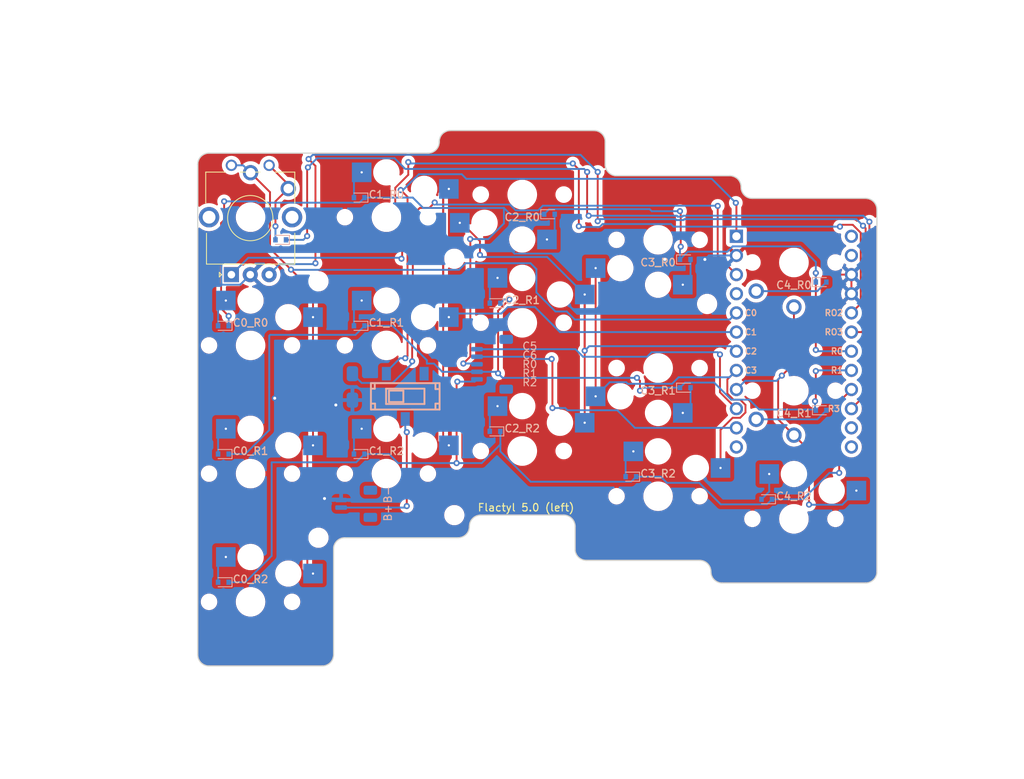
<source format=kicad_pcb>
(kicad_pcb (version 20171130) (host pcbnew 5.1.6)
  (title_block (title left) (rev v1.0.0) (company Unknown))
  (layers (0 F.Cu signal) (31 B.Cu signal) (34 B.Paste user) (35 F.Paste user) (36 B.SilkS user) (37 F.SilkS user) (38 B.Mask user) (39 F.Mask user) (44 Edge.Cuts user))
  (net 0 "")
  (net 1 "C4")
  (net 2 "C4_R0D")
  (net 3 "C4_R0")
  (net 4 "R0")
  (net 5 "C4_R1D")
  (net 6 "C4_R1")
  (net 7 "R1")
  (net 8 "C0")
  (net 9 "C0_R3D")
  (net 10 "P2")
  (net 11 "P3")
  (net 12 "GND")
  (net 13 "R3")
  (net 14 "RAW")
  (net 15 "BSLI")
  (net 16 "three")
  (net 17 "RST")
  (net 18 "VCC")
  (net 19 "C1")
  (net 20 "C2")
  (net 21 "C3")
  (net 22 "C5")
  (net 23 "C6")
  (net 24 "P10")
  (net 25 "P1")
  (net 26 "P0")
  (net 27 "R2")
  (net 28 "P8")
  (net 29 "P9")
  (net 30 "Flactyl 5.0 (left)")
  (net 31 "C0_R0D")
  (net 32 "C0_R0")
  (net 33 "C0_R1D")
  (net 34 "C0_R1")
  (net 35 "C0_R2D")
  (net 36 "C0_R2")
  (net 37 "C1_R0D")
  (net 38 "C1_R0")
  (net 39 "C1_R1D")
  (net 40 "C1_R1")
  (net 41 "C1_R2D")
  (net 42 "C1_R2")
  (net 43 "C2_R0D")
  (net 44 "C2_R0")
  (net 45 "C2_R1D")
  (net 46 "C2_R1")
  (net 47 "C2_R2D")
  (net 48 "C2_R2")
  (net 49 "C3_R0D")
  (net 50 "C3_R0")
  (net 51 "C3_R1D")
  (net 52 "C3_R1")
  (net 53 "C3_R2D")
  (net 54 "C3_R2")
  (net 55 "C4_R2D")
  (net 56 "C4_R2")
  (footprint "Kailh_socket_PG1350_no_silk" (layer "B.Cu") (at 72 -45 0)
    (fp_text reference "S1" hide)
    (fp_text user C4_R0 (at -0 3 0) (layer F.SilkS))
    (fp_text user C4_R0 (at -0 3 0) (layer B.SilkS))
    (pad "" np_thru_hole circle (at 0 0) (size 3.429 3.429) (drill 3.429) (layers *.Cu *.Mask))
    (pad "" np_thru_hole circle (at 5.5 0) (size 1.7018 1.7018) (drill 1.7018) (layers *.Cu *.Mask))
    (pad "" np_thru_hole circle (at -5.5 0) (size 1.7018 1.7018) (drill 1.7018) (layers *.Cu *.Mask))
    (pad 1 thru_hole circle (at -5 3.8) (size 2.032 2.032) (drill 1.27) (layers *.Cu *.Mask) (net 2 "C4_R0D"))
    (pad 2 thru_hole circle (at 0 5.9) (size 2.032 2.032) (drill 1.27) (layers *.Cu *.Mask) (net 1 "C4"))
  )
  (footprint "D_SOD-523" (layer "B.Cu") (at 75.6 -42.4 0)
    (fp_text reference "D1" hide)
    (fp_text value "D_SOD-523")
    (pad "1" smd rect (at -0.7 0 0) (size 0.6 0.7) (layers "B.Cu" "B.Paste" "B.Mask") (net 4 "R0"))
    (pad "2" smd rect (at 0.7 0 0) (size 0.6 0.7) (layers "B.Cu" "B.Paste" "B.Mask") (net 2 "C4_R0D"))
  )
  (footprint "Kailh_socket_PG1350_no_silk" (layer "B.Cu") (at 72 -28 0)
    (fp_text reference "S2" hide)
    (fp_text user C4_R1 (at -0 3 0) (layer F.SilkS))
    (fp_text user C4_R1 (at -0 3 0) (layer B.SilkS))
    (pad "" np_thru_hole circle (at 0 0) (size 3.429 3.429) (drill 3.429) (layers *.Cu *.Mask))
    (pad "" np_thru_hole circle (at 5.5 0) (size 1.7018 1.7018) (drill 1.7018) (layers *.Cu *.Mask))
    (pad "" np_thru_hole circle (at -5.5 0) (size 1.7018 1.7018) (drill 1.7018) (layers *.Cu *.Mask))
    (pad 1 thru_hole circle (at -5 3.8) (size 2.032 2.032) (drill 1.27) (layers *.Cu *.Mask) (net 5 "C4_R1D"))
    (pad 2 thru_hole circle (at 0 5.9) (size 2.032 2.032) (drill 1.27) (layers *.Cu *.Mask) (net 1 "C4"))
  )
  (footprint "D_SOD-523" (layer "B.Cu") (at 75.6 -25.4 0)
    (fp_text reference "D2" hide)
    (fp_text value "D_SOD-523")
    (pad "1" smd rect (at -0.7 0 0) (size 0.6 0.7) (layers "B.Cu" "B.Paste" "B.Mask") (net 7 "R1"))
    (pad "2" smd rect (at 0.7 0 0) (size 0.6 0.7) (layers "B.Cu" "B.Paste" "B.Mask") (net 5 "C4_R1D"))
  )
  (module rotary_encoder (layer F.Cu) (at 0 -51 90)
    (fp_text reference "ROT1" hide)
    (fp_text value "")
    (pad A thru_hole rect (at -7.62 -2.54 90) (size 2 2) (drill 1) (layers *.Cu *.Mask) (net 10 "P2"))
    (pad C thru_hole circle (at -7.62 -0.04) (size 2 2) (drill 1) (layers *.Cu *.Mask) (net 12 "GND"))
    (pad B thru_hole circle (at -7.62 2.46) (size 2 2) (drill 1) (layers *.Cu *.Mask) (net 11 "P3"))
    (pad 1 thru_hole circle (at 6.88 -2.54) (size 1.5 1.5) (drill 1) (layers *.Cu *.Mask) (net 8 "C0"))
    (pad 2 thru_hole circle (at 6.88 2.46) (size 1.5 1.5) (drill 1) (layers *.Cu *.Mask) (net 9 "C0_R3D"))
    (pad "" np_thru_hole circle (at 0 0) (size 3.429 3.429) (drill 3.429) (layers *.Cu *.Mask))
    (pad "" thru_hole circle (at 0 5.5) (size 2.7018 2.7018) (drill 1.7018) (layers *.Cu *.Mask))
    (pad "" thru_hole circle (at 0 -5.5) (size 2.7018 2.7018) (drill 1.7018) (layers *.Cu *.Mask))
    (pad 1 thru_hole circle (at 3.8 5) (size 2.032 2.032) (drill 1.27) (layers *.Cu *.Mask) (net 9 "C0_R3D"))
    (pad 2 thru_hole circle (at 5.9 0) (size 2.032 2.032) (drill 1.27) (layers *.Cu *.Mask) (net 8 "C0"))
  )
  (footprint "D_SOD-523" (layer "B.Cu") (at 4 -48 180)
    (fp_text reference "D3" hide)
    (fp_text value "D_SOD-523")
    (pad "1" smd rect (at -0.7 0 180) (size 0.6 0.7) (layers "B.Cu" "B.Paste" "B.Mask") (net 13 "R3"))
    (pad "2" smd rect (at 0.7 0 180) (size 0.6 0.7) (layers "B.Cu" "B.Paste" "B.Mask") (net 9 "C0_R3D"))
  )
  (footprint "SW-SMD_SS-3235D-03-L2.00" (layer "B.Cu") (at 20.5 -27.25 0)
    (fp_text reference "SS1" hide)
    (fp_text value "SW-SMD_SS-3235D-03-L2.00" hide)
    (pad "1" smd rect (at -2.5 -3 0) (size 1.2 1.8) (layers "B.Cu" "B.Paste" "B.Mask") (net 14 "RAW"))
    (pad "2" smd rect (at 0 3 0) (size 1.2 1.8) (layers "B.Cu" "B.Paste" "B.Mask") (net 15 "BSLI"))
    (pad "3" smd rect (at 2.5 -3 0) (size 1.2 1.8) (layers "B.Cu" "B.Paste" "B.Mask") (net 16 "three"))
  )
  (module "b3u-1000P" (layer "B.Cu") (at 13.5 -28.5 90)
    (fp_text reference "SB1" hide)
    (fp_text value "b3u-1000P")
    (pad "1" smd roundrect (at -1.75 0 90) (size 2 1.524) (layers "B.Cu" "B.Paste" "B.Mask") (net 12 "GND"))
    (pad "2" smd roundrect (at 1.75 0 90) (size 2 1.512) (layers "B.Cu" "B.Paste" "B.Mask") (net 17 "RST"))
  )
  (module NiceNano (layer B.Cu) (at 72 -34.5 -90)
    (fp_text reference "MCU1" hide)
    (fp_text value "" hide)
    (fp_text user C0 (at -3.81 5.7 0) (layer F.SilkS) (effects (font (size 0.8 0.8))))
    (fp_text user C1 (at -1.27 5.7 0) (layer F.SilkS) (effects (font (size 0.8 0.8))))
    (fp_text user C2 (at 1.27 5.7 0) (layer F.SilkS) (effects (font (size 0.8 0.8))))
    (fp_text user C3 (at 3.81 5.7 0) (layer F.SilkS) (effects (font (size 0.8 0.8))))
    (fp_text user C0 (at -3.81 5.7 0) (layer B.SilkS) (effects (font (size 0.8 0.8))))
    (fp_text user C1 (at -1.27 5.7 0) (layer B.SilkS) (effects (font (size 0.8 0.8))))
    (fp_text user C2 (at 1.27 5.7 0) (layer B.SilkS) (effects (font (size 0.8 0.8))))
    (fp_text user C3 (at 3.81 5.7 0) (layer B.SilkS) (effects (font (size 0.8 0.8))))
    (fp_text user RO2 (at -3.81 -5.3 0) (layer B.SilkS) (effects (font (size 0.8 0.8))))
    (fp_text user RO3 (at -1.27 -5.3 0) (layer B.SilkS) (effects (font (size 0.8 0.8))))
    (fp_text user RO2 (at -3.81 -5.3 0) (layer F.SilkS) (effects (font (size 0.8 0.8))))
    (fp_text user RO3 (at -1.27 -5.3 0) (layer F.SilkS) (effects (font (size 0.8 0.8))))
    (fp_text user R0 (at 1.27 -5.7 0) (layer F.SilkS) (effects (font (size 0.8 0.8))))
    (fp_text user R1 (at 3.81 -5.7 0) (layer F.SilkS) (effects (font (size 0.8 0.8))))
    (fp_text user R3 (at 8.89 -5.3 0) (layer F.SilkS) (effects (font (size 0.8 0.8))))
    (fp_text user R0 (at 1.27 -5.7 0) (layer B.SilkS) (effects (font (size 0.8 0.8))))
    (fp_text user R1 (at 3.81 -5.7 0) (layer B.SilkS) (effects (font (size 0.8 0.8))))
    (fp_text user R3 (at 8.89 -5.3 0) (layer B.SilkS) (effects (font (size 0.8 0.8))))
    (pad 1 thru_hole rect (at -13.97 7.62 -90) (size 1.7526 1.7526) (drill 1.0922) (layers *.Cu *.Fab *.Mask) (net 14 "RAW"))
    (pad 2 thru_hole circle (at -11.43 7.62 0) (size 1.7526 1.7526) (drill 1.0922) (layers *.Cu *.Fab *.Mask) (net 12 "GND"))
    (pad 3 thru_hole circle (at -8.89 7.62 0) (size 1.7526 1.7526) (drill 1.0922) (layers *.Cu *.Fab *.Mask) (net 17 "RST"))
    (pad 4 thru_hole circle (at -6.35 7.62 0) (size 1.7526 1.7526) (drill 1.0922) (layers *.Cu *.Fab *.Mask) (net 18 "VCC"))
    (pad 5 thru_hole circle (at -3.81 7.62 0) (size 1.7526 1.7526) (drill 1.0922) (layers *.Cu *.Fab *.Mask) (net 8 "C0"))
    (pad 6 thru_hole circle (at -1.27 7.62 0) (size 1.7526 1.7526) (drill 1.0922) (layers *.Cu *.Fab *.Mask) (net 19 "C1"))
    (pad 7 thru_hole circle (at 1.27 7.62 0) (size 1.7526 1.7526) (drill 1.0922) (layers *.Cu *.Fab *.Mask) (net 20 "C2"))
    (pad 8 thru_hole circle (at 3.81 7.62 0) (size 1.7526 1.7526) (drill 1.0922) (layers *.Cu *.Fab *.Mask) (net 21 "C3"))
    (pad 9 thru_hole circle (at 6.35 7.62 0) (size 1.7526 1.7526) (drill 1.0922) (layers *.Cu *.Fab *.Mask) (net 1 "C4"))
    (pad 10 thru_hole circle (at 8.89 7.62 0) (size 1.7526 1.7526) (drill 1.0922) (layers *.Cu *.Fab *.Mask) (net 22 "C5"))
    (pad 11 thru_hole circle (at 11.43 7.62 0) (size 1.7526 1.7526) (drill 1.0922) (layers *.Cu *.Fab *.Mask) (net 23 "C6"))
    (pad 12 thru_hole circle (at 13.97 7.62 0) (size 1.7526 1.7526) (drill 1.0922) (layers *.Cu *.Fab *.Mask) (net 24 "P10"))
    (pad 13 thru_hole circle (at -13.97 -7.62 0) (size 1.7526 1.7526) (drill 1.0922) (layers *.Cu *.Fab *.Mask) (net 25 "P1"))
    (pad 14 thru_hole circle (at -11.43 -7.62 0) (size 1.7526 1.7526) (drill 1.0922) (layers *.Cu *.Fab *.Mask) (net 26 "P0"))
    (pad 15 thru_hole circle (at -8.89 -7.62 0) (size 1.7526 1.7526) (drill 1.0922) (layers *.Cu *.Fab *.Mask) (net 12 "GND"))
    (pad 16 thru_hole circle (at -6.35 -7.62 0) (size 1.7526 1.7526) (drill 1.0922) (layers *.Cu *.Fab *.Mask) (net 12 "GND"))
    (pad 17 thru_hole circle (at -3.81 -7.62 0) (size 1.7526 1.7526) (drill 1.0922) (layers *.Cu *.Fab *.Mask) (net 10 "P2"))
    (pad 18 thru_hole circle (at -1.27 -7.62 0) (size 1.7526 1.7526) (drill 1.0922) (layers *.Cu *.Fab *.Mask) (net 11 "P3"))
    (pad 19 thru_hole circle (at 1.27 -7.62 0) (size 1.7526 1.7526) (drill 1.0922) (layers *.Cu *.Fab *.Mask) (net 4 "R0"))
    (pad 20 thru_hole circle (at 3.81 -7.62 0) (size 1.7526 1.7526) (drill 1.0922) (layers *.Cu *.Fab *.Mask) (net 7 "R1"))
    (pad 21 thru_hole circle (at 6.35 -7.62 0) (size 1.7526 1.7526) (drill 1.0922) (layers *.Cu *.Fab *.Mask) (net 27 "R2"))
    (pad 22 thru_hole circle (at 8.89 -7.62 0) (size 1.7526 1.7526) (drill 1.0922) (layers *.Cu *.Fab *.Mask) (net 13 "R3"))
    (pad 23 thru_hole circle (at 11.43 -7.62 0) (size 1.7526 1.7526) (drill 1.0922) (layers *.Cu *.Fab *.Mask) (net 28 "P8"))
    (pad 24 thru_hole circle (at 13.97 -7.62 0) (size 1.7526 1.7526) (drill 1.0922) (layers *.Cu *.Fab *.Mask) (net 29 "P9"))
  )
  (footprint "JST_SH_SM02B-SRSS-TB_1x02-1MP_P1.00mm_Horizontal" (layer "B.Cu") (at 14 -13 270)
    (fp_text reference "JB1" hide hide)
    (fp_text value "JST_SH_SM02B-SRSS-TB_1x02-1MP_P1.00mm_Horizontal" hide)
    (fp_text user "B+" (at 1.2 -4.2 90 unlocked) (layer "B.SilkS"))
    (fp_text user "B-" (at -1.2 -4.2 90 unlocked) (layer "B.SilkS"))
    (pad "2" smd roundrect (at 0.5 2 270) (size 0.6 1.55) (layers "B.Cu" "B.Paste" "B.Mask") (net 15 "BSLI"))
    (pad "1" smd roundrect (at -0.5 2 270) (size 0.6 1.55) (layers "B.Cu" "B.Paste" "B.Mask") (net 12 "GND"))
    (pad "MP" smd roundrect (at 1.8 -1.875 270) (size 1.2 1.8) (layers "B.Cu" "B.Paste" "B.Mask") (roundrect_rratio 0.208333))
    (pad "MP" smd roundrect (at -1.8 -1.875 270) (size 1.2 1.8) (layers "B.Cu" "B.Paste" "B.Mask") (roundrect_rratio 0.208333))
  )
  (footprint "JST_SH_SM05B-SRSS-TB_1x05-1MP_P1.00mm_Horizontal" (layer "B.Cu") (at 32 -31.5 270)
    (fp_text reference "JC1" hide)
    (fp_text user "R2" (at 2.4 -5 360 unlocked) (layer "B.SilkS"))
    (fp_text user "R1" (at 1.2 -5 360 unlocked) (layer "B.SilkS"))
    (fp_text user "R0" (at 0 -5 360 unlocked) (layer "B.SilkS"))
    (fp_text user "C6" (at -1.2 -5 360 unlocked) (layer "B.SilkS"))
    (fp_text user "C5" (at -2.4 -5 360 unlocked) (layer "B.SilkS"))
    (pad "5" smd roundrect (at 2 2 270) (size 0.6 1.55) (layers "B.Cu" "B.Paste" "B.Mask") (net 27 "R2"))
    (pad "4" smd roundrect (at 1 2 270) (size 0.6 1.55) (layers "B.Cu" "B.Paste" "B.Mask") (net 7 "R1"))
    (pad "3" smd roundrect (at 0 2 270) (size 0.6 1.55) (layers "B.Cu" "B.Paste" "B.Mask") (net 4 "R0"))
    (pad "2" smd roundrect (at -1 2 270) (size 0.6 1.55) (layers "B.Cu" "B.Paste" "B.Mask") (net 23 "C6"))
    (pad "1" smd roundrect (at -2 2 270) (size 0.6 1.55) (layers "B.Cu" "B.Paste" "B.Mask") (net 22 "C5"))
    (pad "MP" smd roundrect (at -3.3 -1.875 270) (size 1.2 1.8) (layers "B.Cu" "B.Paste" "B.Mask") (roundrect_rratio 0.208333))
    (pad "MP" smd roundrect (at 3.3 -1.875 270) (size 1.2 1.8) (layers "B.Cu" "B.Paste" "B.Mask") (roundrect_rratio 0.208333))
  )
  (footprint "somelogo" (layer "F.SilkS") (at 36.5 -12.5 0)
    (fp_text reference "T1" hide)
    (fp_text value "Flactyl 5.0 (left)" (at 0 0 0) (layer "F.SilkS"))
  )
  (footprint "MountingHole_2.2mm_M2" (layer "F.Cu") (at 60.5 -39.5 0)
    (fp_text reference "H1" hide hide)
    (pad "" np_thru_hole circle (at 0 0) (size 2.2 2.2) (drill 2.2) (layers *.Cu *.Mask))
  )
  (footprint "MountingHole_2.2mm_M2" (layer "F.Cu") (at 27 -45.5 0)
    (fp_text reference "H2" hide hide)
    (pad "" np_thru_hole circle (at 0 0) (size 2.2 2.2) (drill 2.2) (layers *.Cu *.Mask))
  )
  (footprint "MountingHole_2.2mm_M2" (layer "F.Cu") (at 27 -11.5 0)
    (fp_text reference "H3" hide hide)
    (pad "" np_thru_hole circle (at 0 0) (size 2.2 2.2) (drill 2.2) (layers *.Cu *.Mask))
  )
  (footprint "MountingHole_2.2mm_M2" (layer "F.Cu") (at 9 -42.5 0)
    (fp_text reference "H4" hide hide)
    (pad "" np_thru_hole circle (at 0 0) (size 2.2 2.2) (drill 2.2) (layers *.Cu *.Mask))
  )
  (footprint "MountingHole_2.2mm_M2" (layer "F.Cu") (at 9 -8.5 0)
    (fp_text reference "H5" hide hide)
    (pad "" np_thru_hole circle (at 0 0) (size 2.2 2.2) (drill 2.2) (layers *.Cu *.Mask))
  )
  (footprint "Kailh_socket_PG1350_no_silk" (layer "B.Cu") (at 0 -34 180)
    (fp_text reference "S3" hide)
    (fp_text user C0_R0 (at -0 3 180) (layer F.SilkS))
    (fp_text user C0_R0 (at -0 3 180) (layer B.SilkS))
    (pad "" np_thru_hole circle (at 0 0) (size 3.429 3.429) (drill 3.429) (layers *.Cu *.Mask))
    (pad "" np_thru_hole circle (at 5.5 0) (size 1.7018 1.7018) (drill 1.7018) (layers *.Cu *.Mask))
    (pad "" np_thru_hole circle (at -5.5 0) (size 1.7018 1.7018) (drill 1.7018) (layers *.Cu *.Mask))
    (pad "" np_thru_hole circle (at -5 3.75) (size 3 3) (drill 3) (layers *.Cu *.Mask))
    (pad "" np_thru_hole circle (at 0 5.95) (size 3 3) (drill 3) (layers *.Cu *.Mask))
    (pad "1" smd rect (at 3.275 5.95) (size 2.6 2.6) (layers "B.Cu" "B.Paste" "B.Mask") (net 31 "C0_R0D"))
    (pad "2" smd rect (at -8.275 3.75) (size 2.6 2.6) (layers "B.Cu" "B.Paste" "B.Mask") (net 8 "C0"))
    (pad "3" thru_hole circle (at 3.275 5.95) (size 0.6 0.6) (drill 0.3) (layers *.Cu) (net 31 "C0_R0D"))
    (pad "4" thru_hole circle (at -8.275 3.75) (size 0.6 0.6) (drill 0.3) (layers *.Cu) (net 8 "C0"))
  )
  (footprint "D_SOD-523" (layer "B.Cu") (at -3.6 -36.6 180)
    (fp_text reference "D4" hide)
    (fp_text value "D_SOD-523")
    (pad "1" smd rect (at -0.7 0 180) (size 0.6 0.7) (layers "B.Cu" "B.Paste" "B.Mask") (net 4 "R0"))
    (pad "2" smd rect (at 0.7 0 180) (size 0.6 0.7) (layers "B.Cu" "B.Paste" "B.Mask") (net 31 "C0_R0D"))
  )
  (footprint "Kailh_socket_PG1350_no_silk" (layer "B.Cu") (at 0 -17 180)
    (fp_text reference "S4" hide)
    (fp_text user C0_R1 (at -0 3 180) (layer F.SilkS))
    (fp_text user C0_R1 (at -0 3 180) (layer B.SilkS))
    (pad "" np_thru_hole circle (at 0 0) (size 3.429 3.429) (drill 3.429) (layers *.Cu *.Mask))
    (pad "" np_thru_hole circle (at 5.5 0) (size 1.7018 1.7018) (drill 1.7018) (layers *.Cu *.Mask))
    (pad "" np_thru_hole circle (at -5.5 0) (size 1.7018 1.7018) (drill 1.7018) (layers *.Cu *.Mask))
    (pad "" np_thru_hole circle (at -5 3.75) (size 3 3) (drill 3) (layers *.Cu *.Mask))
    (pad "" np_thru_hole circle (at 0 5.95) (size 3 3) (drill 3) (layers *.Cu *.Mask))
    (pad "1" smd rect (at 3.275 5.95) (size 2.6 2.6) (layers "B.Cu" "B.Paste" "B.Mask") (net 33 "C0_R1D"))
    (pad "2" smd rect (at -8.275 3.75) (size 2.6 2.6) (layers "B.Cu" "B.Paste" "B.Mask") (net 8 "C0"))
    (pad "3" thru_hole circle (at 3.275 5.95) (size 0.6 0.6) (drill 0.3) (layers *.Cu) (net 33 "C0_R1D"))
    (pad "4" thru_hole circle (at -8.275 3.75) (size 0.6 0.6) (drill 0.3) (layers *.Cu) (net 8 "C0"))
  )
  (footprint "D_SOD-523" (layer "B.Cu") (at -3.6 -19.6 180)
    (fp_text reference "D5" hide)
    (fp_text value "D_SOD-523")
    (pad "1" smd rect (at -0.7 0 180) (size 0.6 0.7) (layers "B.Cu" "B.Paste" "B.Mask") (net 7 "R1"))
    (pad "2" smd rect (at 0.7 0 180) (size 0.6 0.7) (layers "B.Cu" "B.Paste" "B.Mask") (net 33 "C0_R1D"))
  )
  (footprint "Kailh_socket_PG1350_no_silk" (layer "B.Cu") (at 0 0 180)
    (fp_text reference "S5" hide)
    (fp_text user C0_R2 (at -0 3 180) (layer F.SilkS))
    (fp_text user C0_R2 (at -0 3 180) (layer B.SilkS))
    (pad "" np_thru_hole circle (at 0 0) (size 3.429 3.429) (drill 3.429) (layers *.Cu *.Mask))
    (pad "" np_thru_hole circle (at 5.5 0) (size 1.7018 1.7018) (drill 1.7018) (layers *.Cu *.Mask))
    (pad "" np_thru_hole circle (at -5.5 0) (size 1.7018 1.7018) (drill 1.7018) (layers *.Cu *.Mask))
    (pad "" np_thru_hole circle (at -5 3.75) (size 3 3) (drill 3) (layers *.Cu *.Mask))
    (pad "" np_thru_hole circle (at 0 5.95) (size 3 3) (drill 3) (layers *.Cu *.Mask))
    (pad "1" smd rect (at 3.275 5.95) (size 2.6 2.6) (layers "B.Cu" "B.Paste" "B.Mask") (net 35 "C0_R2D"))
    (pad "2" smd rect (at -8.275 3.75) (size 2.6 2.6) (layers "B.Cu" "B.Paste" "B.Mask") (net 8 "C0"))
    (pad "3" thru_hole circle (at 3.275 5.95) (size 0.6 0.6) (drill 0.3) (layers *.Cu) (net 35 "C0_R2D"))
    (pad "4" thru_hole circle (at -8.275 3.75) (size 0.6 0.6) (drill 0.3) (layers *.Cu) (net 8 "C0"))
  )
  (footprint "D_SOD-523" (layer "B.Cu") (at -3.6 -2.6 180)
    (fp_text reference "D6" hide)
    (fp_text value "D_SOD-523")
    (pad "1" smd rect (at -0.7 0 180) (size 0.6 0.7) (layers "B.Cu" "B.Paste" "B.Mask") (net 27 "R2"))
    (pad "2" smd rect (at 0.7 0 180) (size 0.6 0.7) (layers "B.Cu" "B.Paste" "B.Mask") (net 35 "C0_R2D"))
  )
  (footprint "Kailh_socket_PG1350_no_silk" (layer "B.Cu") (at 18 -51 180)
    (fp_text reference "S6" hide)
    (fp_text user C1_R0 (at -0 3 180) (layer F.SilkS))
    (fp_text user C1_R0 (at -0 3 180) (layer B.SilkS))
    (pad "" np_thru_hole circle (at 0 0) (size 3.429 3.429) (drill 3.429) (layers *.Cu *.Mask))
    (pad "" np_thru_hole circle (at 5.5 0) (size 1.7018 1.7018) (drill 1.7018) (layers *.Cu *.Mask))
    (pad "" np_thru_hole circle (at -5.5 0) (size 1.7018 1.7018) (drill 1.7018) (layers *.Cu *.Mask))
    (pad "" np_thru_hole circle (at -5 3.75) (size 3 3) (drill 3) (layers *.Cu *.Mask))
    (pad "" np_thru_hole circle (at 0 5.95) (size 3 3) (drill 3) (layers *.Cu *.Mask))
    (pad "1" smd rect (at 3.275 5.95) (size 2.6 2.6) (layers "B.Cu" "B.Paste" "B.Mask") (net 37 "C1_R0D"))
    (pad "2" smd rect (at -8.275 3.75) (size 2.6 2.6) (layers "B.Cu" "B.Paste" "B.Mask") (net 19 "C1"))
    (pad "3" thru_hole circle (at 3.275 5.95) (size 0.6 0.6) (drill 0.3) (layers *.Cu) (net 37 "C1_R0D"))
    (pad "4" thru_hole circle (at -8.275 3.75) (size 0.6 0.6) (drill 0.3) (layers *.Cu) (net 19 "C1"))
  )
  (footprint "D_SOD-523" (layer "B.Cu") (at 14.4 -53.6 180)
    (fp_text reference "D7" hide)
    (fp_text value "D_SOD-523")
    (pad "1" smd rect (at -0.7 0 180) (size 0.6 0.7) (layers "B.Cu" "B.Paste" "B.Mask") (net 4 "R0"))
    (pad "2" smd rect (at 0.7 0 180) (size 0.6 0.7) (layers "B.Cu" "B.Paste" "B.Mask") (net 37 "C1_R0D"))
  )
  (footprint "Kailh_socket_PG1350_no_silk" (layer "B.Cu") (at 18 -34 180)
    (fp_text reference "S7" hide)
    (fp_text user C1_R1 (at -0 3 180) (layer F.SilkS))
    (fp_text user C1_R1 (at -0 3 180) (layer B.SilkS))
    (pad "" np_thru_hole circle (at 0 0) (size 3.429 3.429) (drill 3.429) (layers *.Cu *.Mask))
    (pad "" np_thru_hole circle (at 5.5 0) (size 1.7018 1.7018) (drill 1.7018) (layers *.Cu *.Mask))
    (pad "" np_thru_hole circle (at -5.5 0) (size 1.7018 1.7018) (drill 1.7018) (layers *.Cu *.Mask))
    (pad "" np_thru_hole circle (at -5 3.75) (size 3 3) (drill 3) (layers *.Cu *.Mask))
    (pad "" np_thru_hole circle (at 0 5.95) (size 3 3) (drill 3) (layers *.Cu *.Mask))
    (pad "1" smd rect (at 3.275 5.95) (size 2.6 2.6) (layers "B.Cu" "B.Paste" "B.Mask") (net 39 "C1_R1D"))
    (pad "2" smd rect (at -8.275 3.75) (size 2.6 2.6) (layers "B.Cu" "B.Paste" "B.Mask") (net 19 "C1"))
    (pad "3" thru_hole circle (at 3.275 5.95) (size 0.6 0.6) (drill 0.3) (layers *.Cu) (net 39 "C1_R1D"))
    (pad "4" thru_hole circle (at -8.275 3.75) (size 0.6 0.6) (drill 0.3) (layers *.Cu) (net 19 "C1"))
  )
  (footprint "D_SOD-523" (layer "B.Cu") (at 14.4 -36.6 180)
    (fp_text reference "D8" hide)
    (fp_text value "D_SOD-523")
    (pad "1" smd rect (at -0.7 0 180) (size 0.6 0.7) (layers "B.Cu" "B.Paste" "B.Mask") (net 7 "R1"))
    (pad "2" smd rect (at 0.7 0 180) (size 0.6 0.7) (layers "B.Cu" "B.Paste" "B.Mask") (net 39 "C1_R1D"))
  )
  (footprint "Kailh_socket_PG1350_no_silk" (layer "B.Cu") (at 18 -17 180)
    (fp_text reference "S8" hide)
    (fp_text user C1_R2 (at -0 3 180) (layer F.SilkS))
    (fp_text user C1_R2 (at -0 3 180) (layer B.SilkS))
    (pad "" np_thru_hole circle (at 0 0) (size 3.429 3.429) (drill 3.429) (layers *.Cu *.Mask))
    (pad "" np_thru_hole circle (at 5.5 0) (size 1.7018 1.7018) (drill 1.7018) (layers *.Cu *.Mask))
    (pad "" np_thru_hole circle (at -5.5 0) (size 1.7018 1.7018) (drill 1.7018) (layers *.Cu *.Mask))
    (pad "" np_thru_hole circle (at -5 3.75) (size 3 3) (drill 3) (layers *.Cu *.Mask))
    (pad "" np_thru_hole circle (at 0 5.95) (size 3 3) (drill 3) (layers *.Cu *.Mask))
    (pad "1" smd rect (at 3.275 5.95) (size 2.6 2.6) (layers "B.Cu" "B.Paste" "B.Mask") (net 41 "C1_R2D"))
    (pad "2" smd rect (at -8.275 3.75) (size 2.6 2.6) (layers "B.Cu" "B.Paste" "B.Mask") (net 19 "C1"))
    (pad "3" thru_hole circle (at 3.275 5.95) (size 0.6 0.6) (drill 0.3) (layers *.Cu) (net 41 "C1_R2D"))
    (pad "4" thru_hole circle (at -8.275 3.75) (size 0.6 0.6) (drill 0.3) (layers *.Cu) (net 19 "C1"))
  )
  (footprint "D_SOD-523" (layer "B.Cu") (at 14.4 -19.6 180)
    (fp_text reference "D9" hide)
    (fp_text value "D_SOD-523")
    (pad "1" smd rect (at -0.7 0 180) (size 0.6 0.7) (layers "B.Cu" "B.Paste" "B.Mask") (net 27 "R2"))
    (pad "2" smd rect (at 0.7 0 180) (size 0.6 0.7) (layers "B.Cu" "B.Paste" "B.Mask") (net 41 "C1_R2D"))
  )
  (footprint "Kailh_socket_PG1350_no_silk" (layer "B.Cu") (at 36 -54 0)
    (fp_text reference "S9" hide)
    (fp_text user C2_R0 (at -0 3 0) (layer F.SilkS))
    (fp_text user C2_R0 (at -0 3 0) (layer B.SilkS))
    (pad "" np_thru_hole circle (at 0 0) (size 3.429 3.429) (drill 3.429) (layers *.Cu *.Mask))
    (pad "" np_thru_hole circle (at 5.5 0) (size 1.7018 1.7018) (drill 1.7018) (layers *.Cu *.Mask))
    (pad "" np_thru_hole circle (at -5.5 0) (size 1.7018 1.7018) (drill 1.7018) (layers *.Cu *.Mask))
    (pad "" np_thru_hole circle (at -5 3.75) (size 3 3) (drill 3) (layers *.Cu *.Mask))
    (pad "" np_thru_hole circle (at 0 5.95) (size 3 3) (drill 3) (layers *.Cu *.Mask))
    (pad "1" smd rect (at 3.275 5.95) (size 2.6 2.6) (layers "B.Cu" "B.Paste" "B.Mask") (net 43 "C2_R0D"))
    (pad "2" smd rect (at -8.275 3.75) (size 2.6 2.6) (layers "B.Cu" "B.Paste" "B.Mask") (net 20 "C2"))
    (pad "3" thru_hole circle (at 3.275 5.95) (size 0.6 0.6) (drill 0.3) (layers *.Cu) (net 43 "C2_R0D"))
    (pad "4" thru_hole circle (at -8.275 3.75) (size 0.6 0.6) (drill 0.3) (layers *.Cu) (net 20 "C2"))
  )
  (footprint "D_SOD-523" (layer "B.Cu") (at 39.6 -51.4 0)
    (fp_text reference "D10" hide)
    (fp_text value "D_SOD-523")
    (pad "1" smd rect (at -0.7 0 0) (size 0.6 0.7) (layers "B.Cu" "B.Paste" "B.Mask") (net 4 "R0"))
    (pad "2" smd rect (at 0.7 0 0) (size 0.6 0.7) (layers "B.Cu" "B.Paste" "B.Mask") (net 43 "C2_R0D"))
  )
  (footprint "Kailh_socket_PG1350_no_silk" (layer "B.Cu") (at 36 -37 180)
    (fp_text reference "S10" hide)
    (fp_text user C2_R1 (at -0 3 180) (layer F.SilkS))
    (fp_text user C2_R1 (at -0 3 180) (layer B.SilkS))
    (pad "" np_thru_hole circle (at 0 0) (size 3.429 3.429) (drill 3.429) (layers *.Cu *.Mask))
    (pad "" np_thru_hole circle (at 5.5 0) (size 1.7018 1.7018) (drill 1.7018) (layers *.Cu *.Mask))
    (pad "" np_thru_hole circle (at -5.5 0) (size 1.7018 1.7018) (drill 1.7018) (layers *.Cu *.Mask))
    (pad "" np_thru_hole circle (at -5 3.75) (size 3 3) (drill 3) (layers *.Cu *.Mask))
    (pad "" np_thru_hole circle (at 0 5.95) (size 3 3) (drill 3) (layers *.Cu *.Mask))
    (pad "1" smd rect (at 3.275 5.95) (size 2.6 2.6) (layers "B.Cu" "B.Paste" "B.Mask") (net 45 "C2_R1D"))
    (pad "2" smd rect (at -8.275 3.75) (size 2.6 2.6) (layers "B.Cu" "B.Paste" "B.Mask") (net 20 "C2"))
    (pad "3" thru_hole circle (at 3.275 5.95) (size 0.6 0.6) (drill 0.3) (layers *.Cu) (net 45 "C2_R1D"))
    (pad "4" thru_hole circle (at -8.275 3.75) (size 0.6 0.6) (drill 0.3) (layers *.Cu) (net 20 "C2"))
  )
  (footprint "D_SOD-523" (layer "B.Cu") (at 32.4 -39.6 180)
    (fp_text reference "D11" hide)
    (fp_text value "D_SOD-523")
    (pad "1" smd rect (at -0.7 0 180) (size 0.6 0.7) (layers "B.Cu" "B.Paste" "B.Mask") (net 7 "R1"))
    (pad "2" smd rect (at 0.7 0 180) (size 0.6 0.7) (layers "B.Cu" "B.Paste" "B.Mask") (net 45 "C2_R1D"))
  )
  (footprint "Kailh_socket_PG1350_no_silk" (layer "B.Cu") (at 36 -20 180)
    (fp_text reference "S11" hide)
    (fp_text user C2_R2 (at -0 3 180) (layer F.SilkS))
    (fp_text user C2_R2 (at -0 3 180) (layer B.SilkS))
    (pad "" np_thru_hole circle (at 0 0) (size 3.429 3.429) (drill 3.429) (layers *.Cu *.Mask))
    (pad "" np_thru_hole circle (at 5.5 0) (size 1.7018 1.7018) (drill 1.7018) (layers *.Cu *.Mask))
    (pad "" np_thru_hole circle (at -5.5 0) (size 1.7018 1.7018) (drill 1.7018) (layers *.Cu *.Mask))
    (pad "" np_thru_hole circle (at -5 3.75) (size 3 3) (drill 3) (layers *.Cu *.Mask))
    (pad "" np_thru_hole circle (at 0 5.95) (size 3 3) (drill 3) (layers *.Cu *.Mask))
    (pad "1" smd rect (at 3.275 5.95) (size 2.6 2.6) (layers "B.Cu" "B.Paste" "B.Mask") (net 47 "C2_R2D"))
    (pad "2" smd rect (at -8.275 3.75) (size 2.6 2.6) (layers "B.Cu" "B.Paste" "B.Mask") (net 20 "C2"))
    (pad "3" thru_hole circle (at 3.275 5.95) (size 0.6 0.6) (drill 0.3) (layers *.Cu) (net 47 "C2_R2D"))
    (pad "4" thru_hole circle (at -8.275 3.75) (size 0.6 0.6) (drill 0.3) (layers *.Cu) (net 20 "C2"))
  )
  (footprint "D_SOD-523" (layer "B.Cu") (at 32.4 -22.6 180)
    (fp_text reference "D12" hide)
    (fp_text value "D_SOD-523")
    (pad "1" smd rect (at -0.7 0 180) (size 0.6 0.7) (layers "B.Cu" "B.Paste" "B.Mask") (net 27 "R2"))
    (pad "2" smd rect (at 0.7 0 180) (size 0.6 0.7) (layers "B.Cu" "B.Paste" "B.Mask") (net 47 "C2_R2D"))
  )
  (footprint "Kailh_socket_PG1350_no_silk" (layer "B.Cu") (at 54 -48 0)
    (fp_text reference "S12" hide)
    (fp_text user C3_R0 (at -0 3 0) (layer F.SilkS))
    (fp_text user C3_R0 (at -0 3 0) (layer B.SilkS))
    (pad "" np_thru_hole circle (at 0 0) (size 3.429 3.429) (drill 3.429) (layers *.Cu *.Mask))
    (pad "" np_thru_hole circle (at 5.5 0) (size 1.7018 1.7018) (drill 1.7018) (layers *.Cu *.Mask))
    (pad "" np_thru_hole circle (at -5.5 0) (size 1.7018 1.7018) (drill 1.7018) (layers *.Cu *.Mask))
    (pad "" np_thru_hole circle (at -5 3.75) (size 3 3) (drill 3) (layers *.Cu *.Mask))
    (pad "" np_thru_hole circle (at 0 5.95) (size 3 3) (drill 3) (layers *.Cu *.Mask))
    (pad "1" smd rect (at 3.275 5.95) (size 2.6 2.6) (layers "B.Cu" "B.Paste" "B.Mask") (net 49 "C3_R0D"))
    (pad "2" smd rect (at -8.275 3.75) (size 2.6 2.6) (layers "B.Cu" "B.Paste" "B.Mask") (net 21 "C3"))
    (pad "3" thru_hole circle (at 3.275 5.95) (size 0.6 0.6) (drill 0.3) (layers *.Cu) (net 49 "C3_R0D"))
    (pad "4" thru_hole circle (at -8.275 3.75) (size 0.6 0.6) (drill 0.3) (layers *.Cu) (net 21 "C3"))
  )
  (footprint "D_SOD-523" (layer "B.Cu") (at 57.6 -45.4 0)
    (fp_text reference "D13" hide)
    (fp_text value "D_SOD-523")
    (pad "1" smd rect (at -0.7 0 0) (size 0.6 0.7) (layers "B.Cu" "B.Paste" "B.Mask") (net 4 "R0"))
    (pad "2" smd rect (at 0.7 0 0) (size 0.6 0.7) (layers "B.Cu" "B.Paste" "B.Mask") (net 49 "C3_R0D"))
  )
  (footprint "Kailh_socket_PG1350_no_silk" (layer "B.Cu") (at 54 -31 0)
    (fp_text reference "S13" hide)
    (fp_text user C3_R1 (at -0 3 0) (layer F.SilkS))
    (fp_text user C3_R1 (at -0 3 0) (layer B.SilkS))
    (pad "" np_thru_hole circle (at 0 0) (size 3.429 3.429) (drill 3.429) (layers *.Cu *.Mask))
    (pad "" np_thru_hole circle (at 5.5 0) (size 1.7018 1.7018) (drill 1.7018) (layers *.Cu *.Mask))
    (pad "" np_thru_hole circle (at -5.5 0) (size 1.7018 1.7018) (drill 1.7018) (layers *.Cu *.Mask))
    (pad "" np_thru_hole circle (at -5 3.75) (size 3 3) (drill 3) (layers *.Cu *.Mask))
    (pad "" np_thru_hole circle (at 0 5.95) (size 3 3) (drill 3) (layers *.Cu *.Mask))
    (pad "1" smd rect (at 3.275 5.95) (size 2.6 2.6) (layers "B.Cu" "B.Paste" "B.Mask") (net 51 "C3_R1D"))
    (pad "2" smd rect (at -8.275 3.75) (size 2.6 2.6) (layers "B.Cu" "B.Paste" "B.Mask") (net 21 "C3"))
    (pad "3" thru_hole circle (at 3.275 5.95) (size 0.6 0.6) (drill 0.3) (layers *.Cu) (net 51 "C3_R1D"))
    (pad "4" thru_hole circle (at -8.275 3.75) (size 0.6 0.6) (drill 0.3) (layers *.Cu) (net 21 "C3"))
  )
  (footprint "D_SOD-523" (layer "B.Cu") (at 57.6 -28.4 0)
    (fp_text reference "D14" hide)
    (fp_text value "D_SOD-523")
    (pad "1" smd rect (at -0.7 0 0) (size 0.6 0.7) (layers "B.Cu" "B.Paste" "B.Mask") (net 7 "R1"))
    (pad "2" smd rect (at 0.7 0 0) (size 0.6 0.7) (layers "B.Cu" "B.Paste" "B.Mask") (net 51 "C3_R1D"))
  )
  (footprint "Kailh_socket_PG1350_no_silk" (layer "B.Cu") (at 54 -14 180)
    (fp_text reference "S14" hide)
    (fp_text user C3_R2 (at -0 3 180) (layer F.SilkS))
    (fp_text user C3_R2 (at -0 3 180) (layer B.SilkS))
    (pad "" np_thru_hole circle (at 0 0) (size 3.429 3.429) (drill 3.429) (layers *.Cu *.Mask))
    (pad "" np_thru_hole circle (at 5.5 0) (size 1.7018 1.7018) (drill 1.7018) (layers *.Cu *.Mask))
    (pad "" np_thru_hole circle (at -5.5 0) (size 1.7018 1.7018) (drill 1.7018) (layers *.Cu *.Mask))
    (pad "" np_thru_hole circle (at -5 3.75) (size 3 3) (drill 3) (layers *.Cu *.Mask))
    (pad "" np_thru_hole circle (at 0 5.95) (size 3 3) (drill 3) (layers *.Cu *.Mask))
    (pad "1" smd rect (at 3.275 5.95) (size 2.6 2.6) (layers "B.Cu" "B.Paste" "B.Mask") (net 53 "C3_R2D"))
    (pad "2" smd rect (at -8.275 3.75) (size 2.6 2.6) (layers "B.Cu" "B.Paste" "B.Mask") (net 21 "C3"))
    (pad "3" thru_hole circle (at 3.275 5.95) (size 0.6 0.6) (drill 0.3) (layers *.Cu) (net 53 "C3_R2D"))
    (pad "4" thru_hole circle (at -8.275 3.75) (size 0.6 0.6) (drill 0.3) (layers *.Cu) (net 21 "C3"))
  )
  (footprint "D_SOD-523" (layer "B.Cu") (at 50.4 -16.6 180)
    (fp_text reference "D15" hide)
    (fp_text value "D_SOD-523")
    (pad "1" smd rect (at -0.7 0 180) (size 0.6 0.7) (layers "B.Cu" "B.Paste" "B.Mask") (net 27 "R2"))
    (pad "2" smd rect (at 0.7 0 180) (size 0.6 0.7) (layers "B.Cu" "B.Paste" "B.Mask") (net 53 "C3_R2D"))
  )
  (footprint "Kailh_socket_PG1350_no_silk" (layer "B.Cu") (at 72 -11 180)
    (fp_text reference "S15" hide)
    (fp_text user C4_R2 (at -0 3 180) (layer F.SilkS))
    (fp_text user C4_R2 (at -0 3 180) (layer B.SilkS))
    (pad "" np_thru_hole circle (at 0 0) (size 3.429 3.429) (drill 3.429) (layers *.Cu *.Mask))
    (pad "" np_thru_hole circle (at 5.5 0) (size 1.7018 1.7018) (drill 1.7018) (layers *.Cu *.Mask))
    (pad "" np_thru_hole circle (at -5.5 0) (size 1.7018 1.7018) (drill 1.7018) (layers *.Cu *.Mask))
    (pad "" np_thru_hole circle (at -5 3.75) (size 3 3) (drill 3) (layers *.Cu *.Mask))
    (pad "" np_thru_hole circle (at 0 5.95) (size 3 3) (drill 3) (layers *.Cu *.Mask))
    (pad "1" smd rect (at 3.275 5.95) (size 2.6 2.6) (layers "B.Cu" "B.Paste" "B.Mask") (net 55 "C4_R2D"))
    (pad "2" smd rect (at -8.275 3.75) (size 2.6 2.6) (layers "B.Cu" "B.Paste" "B.Mask") (net 1 "C4"))
    (pad "3" thru_hole circle (at 3.275 5.95) (size 0.6 0.6) (drill 0.3) (layers *.Cu) (net 55 "C4_R2D"))
    (pad "4" thru_hole circle (at -8.275 3.75) (size 0.6 0.6) (drill 0.3) (layers *.Cu) (net 1 "C4"))
  )
  (footprint "D_SOD-523" (layer "B.Cu") (at 68.4 -13.6 180)
    (fp_text reference "D16" hide)
    (fp_text value "D_SOD-523")
    (pad "1" smd rect (at -0.7 0 180) (size 0.6 0.7) (layers "B.Cu" "B.Paste" "B.Mask") (net 27 "R2"))
    (pad "2" smd rect (at 0.7 0 180) (size 0.6 0.7) (layers "B.Cu" "B.Paste" "B.Mask") (net 55 "C4_R2D"))
  )
  (gr_line (start -5.51 8.5) (end 9.51 8.5) (angle 90) (layer Edge.Cuts) (width 0.15))
  (gr_line (start 11 7.01) (end 11 -7.01) (angle 90) (layer Edge.Cuts) (width 0.15))
  (gr_line (start -5.51 -59.5) (end 23.51 -59.5) (angle 90) (layer Edge.Cuts) (width 0.15))
  (gr_line (start 12.49 -8.5) (end 27.51 -8.5) (angle 90) (layer Edge.Cuts) (width 0.15))
  (gr_line (start 29 -9.99) (end 29 -10.01) (angle 90) (layer Edge.Cuts) (width 0.15))
  (gr_line (start 30.49 -11.5) (end 41.51 -11.5) (angle 90) (layer Edge.Cuts) (width 0.15))
  (gr_line (start 47 -57.99) (end 47 -61.01) (angle 90) (layer Edge.Cuts) (width 0.15))
  (gr_line (start 45.51 -62.5) (end 26.49 -62.5) (angle 90) (layer Edge.Cuts) (width 0.15))
  (gr_line (start 25 -61.01) (end 25 -60.99) (angle 90) (layer Edge.Cuts) (width 0.15))
  (gr_line (start 44.49 -5.5) (end 59.51 -5.5) (angle 90) (layer Edge.Cuts) (width 0.15))
  (gr_line (start 43 -10.01) (end 43 -6.99) (angle 90) (layer Edge.Cuts) (width 0.15))
  (gr_line (start 65 -54.99) (end 65 -55.01) (angle 90) (layer Edge.Cuts) (width 0.15))
  (gr_line (start 63.51 -56.5) (end 48.49 -56.5) (angle 90) (layer Edge.Cuts) (width 0.15))
  (gr_line (start 62.49 -2.5) (end 81.51 -2.5) (angle 90) (layer Edge.Cuts) (width 0.15))
  (gr_line (start 83 -3.99) (end 83 -52.01) (angle 90) (layer Edge.Cuts) (width 0.15))
  (gr_line (start 61 -4.01) (end 61 -3.99) (angle 90) (layer Edge.Cuts) (width 0.15))
  (gr_line (start 81.51 -53.5) (end 66.49 -53.5) (angle 90) (layer Edge.Cuts) (width 0.15))
  (gr_line (start -7 7.01) (end -7 -58.01) (angle 90) (layer Edge.Cuts) (width 0.15))
  (gr_arc (start 9.51 7.01) (end 9.51 8.5) (angle -90) (layer Edge.Cuts) (width 0.15))
  (gr_arc (start 12.49 -7.01) (end 12.49 -8.5) (angle -90) (layer Edge.Cuts) (width 0.15))
  (gr_arc (start 27.51 -9.99) (end 27.51 -8.5) (angle -90) (layer Edge.Cuts) (width 0.15))
  (gr_arc (start 30.49 -10.01) (end 30.49 -11.5) (angle -90) (layer Edge.Cuts) (width 0.15))
  (gr_arc (start 41.51 -10.01) (end 43 -10.01) (angle -90) (layer Edge.Cuts) (width 0.15))
  (gr_arc (start 44.49 -6.99) (end 43 -6.99) (angle -90) (layer Edge.Cuts) (width 0.15))
  (gr_arc (start 59.51 -4.01) (end 61 -4.01) (angle -90) (layer Edge.Cuts) (width 0.15))
  (gr_arc (start 62.49 -3.99) (end 61 -3.99) (angle -90) (layer Edge.Cuts) (width 0.15))
  (gr_arc (start 81.51 -3.99) (end 81.51 -2.5) (angle -90) (layer Edge.Cuts) (width 0.15))
  (gr_arc (start 81.51 -52.01) (end 83 -52.01) (angle -90) (layer Edge.Cuts) (width 0.15))
  (gr_arc (start 66.49 -54.99) (end 65 -54.99) (angle -90) (layer Edge.Cuts) (width 0.15))
  (gr_arc (start 63.51 -55.01) (end 65 -55.01) (angle -90) (layer Edge.Cuts) (width 0.15))
  (gr_arc (start 48.49 -57.99) (end 47 -57.99) (angle -90) (layer Edge.Cuts) (width 0.15))
  (gr_arc (start 45.51 -61.01) (end 47 -61.01) (angle -90) (layer Edge.Cuts) (width 0.15))
  (gr_arc (start 26.49 -61.01) (end 26.49 -62.5) (angle -90) (layer Edge.Cuts) (width 0.15))
  (gr_arc (start 23.51 -60.99) (end 23.51 -59.5) (angle -90) (layer Edge.Cuts) (width 0.15))
  (gr_arc (start -5.51 -58.01) (end -5.51 -59.5) (angle -90) (layer Edge.Cuts) (width 0.15))
  (gr_arc (start -5.51 7.01) (end -7 7.01) (angle -90) (layer Edge.Cuts) (width 0.15))
  (segment (start 70.4 -30) (end 69.9105 -29.5105) (width 0.25) (layer "F.Cu") (net 1))
  (segment (start 69.9105 -29.5105) (end 69.9105 -24.1895) (width 0.25) (layer "F.Cu") (net 1))
  (segment (start 70.4 -30) (end 72 -31.6) (width 0.25) (layer "F.Cu") (net 1))
  (segment (start 74 -12.9) (end 74 -20.1) (width 0.25) (layer "F.Cu") (net 1))
  (segment (start 74 -20.1) (end 72 -22.1) (width 0.25) (layer "F.Cu") (net 1))
  (segment (start 72 -31.6) (end 72 -39.1) (width 0.25) (layer "F.Cu") (net 1))
  (segment (start 69.9105 -24.1895) (end 72 -22.1) (width 0.25) (layer "F.Cu") (net 1))
  (via (at 70.4 -30) (size 0.8) (drill 0.4) (layers "F.Cu" "B.Cu") (net 1))
  (via (at 74 -12.9) (size 0.8) (drill 0.4) (layers "F.Cu" "B.Cu") (net 1))
  (segment (start 65.53 -29.3) (end 69.6 -29.3) (width 0.25) (layer "B.Cu") (net 1))
  (segment (start 74 -12.9) (end 74.025 -12.875) (width 0.25) (layer "B.Cu") (net 1))
  (segment (start 69.7 -29.3) (end 70.4 -30) (width 0.25) (layer "B.Cu") (net 1))
  (segment (start 78.4 -12.875) (end 80.275 -14.75) (width 0.25) (layer "B.Cu") (net 1))
  (segment (start 74.025 -12.875) (end 78.4 -12.875) (width 0.25) (layer "B.Cu") (net 1))
  (segment (start 69.6 -29.3) (end 69.7 -29.3) (width 0.25) (layer "B.Cu") (net 1))
  (segment (start 64.38 -28.15) (end 65.53 -29.3) (width 0.25) (layer "B.Cu") (net 1))
  (segment (start 76.3 -42.4) (end 75.1 -41.2) (width 0.25) (layer "B.Cu") (net 2))
  (segment (start 75.1 -41.2) (end 67 -41.2) (width 0.25) (layer "B.Cu") (net 2))
  (segment (start -3.9 -50.229919) (end -3.9 -38.9) (width 0.25) (layer "F.Cu") (net 3))
  (segment (start -3.9 -38.9) (end -2.9 -37.9) (width 0.25) (layer "F.Cu") (net 3))
  (segment (start 29.125 -32.525) (end 29.125 -48.075) (width 0.25) (layer "F.Cu") (net 3))
  (segment (start 74.9 -33.4) (end 74.9 -43.6) (width 0.25) (layer "F.Cu") (net 3))
  (segment (start -3.5 -53.1) (end -3.5 -50.629919) (width 0.25) (layer "F.Cu") (net 3))
  (segment (start 28.2 -31.6) (end 29.125 -32.525) (width 0.25) (layer "F.Cu") (net 3))
  (segment (start 57 -47.1) (end 57 -51.7) (width 0.25) (layer "F.Cu") (net 3))
  (segment (start 29.125 -48.075) (end 29.1 -48.1) (width 0.25) (layer "F.Cu") (net 3))
  (segment (start 57 -51.7) (end 56.9 -51.8) (width 0.25) (layer "F.Cu") (net 3))
  (segment (start -3.5 -50.629919) (end -3.9 -50.229919) (width 0.25) (layer "F.Cu") (net 3))
  (via (at 74.9 -33.4) (size 0.8) (drill 0.4) (layers "F.Cu" "B.Cu") (net 3))
  (via (at 74.9 -43.6) (size 0.8) (drill 0.4) (layers "F.Cu" "B.Cu") (net 3))
  (via (at 28.2 -31.6) (size 0.8) (drill 0.4) (layers "F.Cu" "B.Cu") (net 3))
  (via (at -2.9 -37.9) (size 0.8) (drill 0.4) (layers "F.Cu" "B.Cu") (net 3))
  (via (at -3.5 -53.1) (size 0.8) (drill 0.4) (layers "F.Cu" "B.Cu") (net 3))
  (via (at 29.1 -48.1) (size 0.8) (drill 0.4) (layers "F.Cu" "B.Cu") (net 3))
  (via (at 57 -47.1) (size 0.8) (drill 0.4) (layers "F.Cu" "B.Cu") (net 3))
  (via (at 56.9 -51.8) (size 0.8) (drill 0.4) (layers "F.Cu" "B.Cu") (net 3))
  (segment (start 57.927595 -46.427595) (end 63.1787 -46.427595) (width 0.25) (layer "B.Cu") (net 3))
  (segment (start -3.5 -53.1) (end 0.8 -53.1) (width 0.25) (layer "B.Cu") (net 3))
  (segment (start 29.1 -48.1) (end 31.50165 -48.1) (width 0.25) (layer "B.Cu") (net 3))
  (segment (start 33.5741 -52.2259) (end 34.4 -51.4) (width 0.25) (layer "B.Cu") (net 3))
  (segment (start 29.8 -52.2259) (end 33.5741 -52.2259) (width 0.25) (layer "B.Cu") (net 3))
  (segment (start 56.9 -45.4) (end 57.927595 -46.427595) (width 0.25) (layer "B.Cu") (net 3))
  (segment (start 31.50165 -48.1) (end 33.5741 -50.17245) (width 0.25) (layer "B.Cu") (net 3))
  (segment (start 29.9 -31.6) (end 30 -31.5) (width 0.25) (layer "B.Cu") (net 3))
  (segment (start -2.9 -37.9) (end -2.9 -36.6) (width 0.25) (layer "B.Cu") (net 3))
  (segment (start 34.4 -51.4) (end 38.9 -51.4) (width 0.25) (layer "B.Cu") (net 3))
  (segment (start 39.575 -52.075) (end 52.879999 -52.075) (width 0.25) (layer "B.Cu") (net 3))
  (segment (start 0.8 -53.1) (end 0.975 -52.925) (width 0.25) (layer "B.Cu") (net 3))
  (segment (start 56.9 -47) (end 57 -47.1) (width 0.25) (layer "B.Cu") (net 3))
  (segment (start 33.5741 -50.17245) (end 33.5741 -52.2259) (width 0.25) (layer "B.Cu") (net 3))
  (segment (start 74.9 -45.054999) (end 74.9 -43.6) (width 0.25) (layer "B.Cu") (net 3))
  (segment (start 14.425 -52.925) (end 15.1 -53.6) (width 0.25) (layer "B.Cu") (net 3))
  (segment (start 15.1 -53.6) (end 21.49835 -53.6) (width 0.25) (layer "B.Cu") (net 3))
  (segment (start 22.87245 -52.2259) (end 29.8 -52.2259) (width 0.25) (layer "B.Cu") (net 3))
  (segment (start 79.62 -33.23) (end 75.07 -33.23) (width 0.25) (layer "B.Cu") (net 3))
  (segment (start 21.49835 -53.6) (end 22.87245 -52.2259) (width 0.25) (layer "B.Cu") (net 3))
  (segment (start 74.9 -43.6) (end 74.9 -42.4) (width 0.25) (layer "B.Cu") (net 3))
  (segment (start 38.9 -51.4) (end 39.575 -52.075) (width 0.25) (layer "B.Cu") (net 3))
  (segment (start 28.2 -31.6) (end 29.9 -31.6) (width 0.25) (layer "B.Cu") (net 3))
  (segment (start 53.154999 -51.8) (end 52.879999 -52.075) (width 0.25) (layer "B.Cu") (net 3))
  (segment (start 56.9 -51.8) (end 53.154999 -51.8) (width 0.25) (layer "B.Cu") (net 3))
  (segment (start 56.9 -45.4) (end 56.9 -47) (width 0.25) (layer "B.Cu") (net 3))
  (segment (start 0.975 -52.925) (end 14.425 -52.925) (width 0.25) (layer "B.Cu") (net 3))
  (segment (start 63.882405 -47.1313) (end 72.823699 -47.1313) (width 0.25) (layer "B.Cu") (net 3))
  (segment (start 63.1787 -46.427595) (end 63.882405 -47.1313) (width 0.25) (layer "B.Cu") (net 3))
  (segment (start 75.07 -33.23) (end 74.9 -33.4) (width 0.25) (layer "B.Cu") (net 3))
  (segment (start 72.823699 -47.1313) (end 74.9 -45.054999) (width 0.25) (layer "B.Cu") (net 3))
  (segment (start 75.1 -24.2) (end 67 -24.2) (width 0.25) (layer "B.Cu") (net 4))
  (segment (start 76.3 -25.4) (end 75.1 -24.2) (width 0.25) (layer "B.Cu") (net 4))
  (segment (start 51.6 -29.3) (end 51.2 -29.7) (width 0.25) (layer "F.Cu") (net 5))
  (segment (start 32.8 -38.6) (end 34.3 -40.1) (width 0.25) (layer "F.Cu") (net 5))
  (segment (start 51.6 -28) (end 51.6 -29.3) (width 0.25) (layer "F.Cu") (net 5))
  (segment (start 32.8 -30.3) (end 32.8 -38.6) (width 0.25) (layer "F.Cu") (net 5))
  (segment (start 74.9 -26.7) (end 74.8 -26.6) (width 0.25) (layer "F.Cu") (net 5))
  (segment (start 74.9 -30.6) (end 74.9 -26.7) (width 0.25) (layer "F.Cu") (net 5))
  (via (at 74.9 -30.6) (size 0.8) (drill 0.4) (layers "F.Cu" "B.Cu") (net 5))
  (via (at 51.2 -29.7) (size 0.8) (drill 0.4) (layers "F.Cu" "B.Cu") (net 5))
  (via (at 51.6 -28) (size 0.8) (drill 0.4) (layers "F.Cu" "B.Cu") (net 5))
  (via (at 32.8 -30.3) (size 0.8) (drill 0.4) (layers "F.Cu" "B.Cu") (net 5))
  (via (at 34.3 -40.1) (size 0.8) (drill 0.4) (layers "F.Cu" "B.Cu") (net 5))
  (via (at 74.8 -26.6) (size 0.8) (drill 0.4) (layers "F.Cu" "B.Cu") (net 5))
  (segment (start 33.4 -29.7) (end 32.8 -30.3) (width 0.25) (layer "B.Cu") (net 5))
  (segment (start 32.75 -30.25) (end 32.8 -30.3) (width 0.25) (layer "B.Cu") (net 5))
  (segment (start -0.69835 -19.6) (end 2.475 -22.77335) (width 0.25) (layer "B.Cu") (net 5))
  (segment (start 74.99 -30.69) (end 74.9 -30.6) (width 0.25) (layer "B.Cu") (net 5))
  (segment (start 2.6 -35.4) (end 13.9 -35.4) (width 0.25) (layer "B.Cu") (net 5))
  (segment (start 18.8 -36.6) (end 23.361241 -32.038759) (width 0.25) (layer "B.Cu") (net 5))
  (segment (start 15.1 -36.6) (end 18.8 -36.6) (width 0.25) (layer "B.Cu") (net 5))
  (segment (start 56.9 -28.4) (end 57.575 -29.075) (width 0.25) (layer "B.Cu") (net 5))
  (segment (start 23.361241 -31.593758) (end 24.306242 -31.593758) (width 0.25) (layer "B.Cu") (net 5))
  (segment (start 2.475 -35.275) (end 2.6 -35.4) (width 0.25) (layer "B.Cu") (net 5))
  (segment (start 13.9 -35.4) (end 15.1 -36.6) (width 0.25) (layer "B.Cu") (net 5))
  (segment (start 24.306242 -31.593758) (end 25.4 -30.5) (width 0.25) (layer "B.Cu") (net 5))
  (segment (start -2.9 -19.6) (end -0.69835 -19.6) (width 0.25) (layer "B.Cu") (net 5))
  (segment (start 74.8 -26.6) (end 74.8 -25.5) (width 0.25) (layer "B.Cu") (net 5))
  (segment (start 23.361241 -32.038759) (end 23.361241 -31.593758) (width 0.25) (layer "B.Cu") (net 5))
  (segment (start 56.9 -28.4) (end 52 -28.4) (width 0.25) (layer "B.Cu") (net 5))
  (segment (start 30 -30.5) (end 32.5 -30.5) (width 0.25) (layer "B.Cu") (net 5))
  (segment (start 66.0887 -26.8113) (end 67.4 -25.5) (width 0.25) (layer "B.Cu") (net 5))
  (segment (start 32.5 -30.5) (end 32.75 -30.25) (width 0.25) (layer "B.Cu") (net 5))
  (segment (start 51.2 -29.7) (end 33.4 -29.7) (width 0.25) (layer "B.Cu") (net 5))
  (segment (start 61.425 -29.075) (end 63.6887 -26.8113) (width 0.25) (layer "B.Cu") (net 5))
  (segment (start 2.475 -22.77335) (end 2.475 -28.5) (width 0.25) (layer "B.Cu") (net 5))
  (segment (start 57.575 -29.075) (end 61.425 -29.075) (width 0.25) (layer "B.Cu") (net 5))
  (segment (start 2.475 -28.5) (end 2.475 -35.275) (width 0.25) (layer "B.Cu") (net 5))
  (segment (start 67.4 -25.5) (end 74.8 -25.5) (width 0.25) (layer "B.Cu") (net 5))
  (segment (start 33.6 -40.1) (end 33.1 -39.6) (width 0.25) (layer "B.Cu") (net 5))
  (segment (start 52 -28.4) (end 51.6 -28) (width 0.25) (layer "B.Cu") (net 5))
  (segment (start 74.8 -25.5) (end 74.9 -25.4) (width 0.25) (layer "B.Cu") (net 5))
  (segment (start 79.62 -30.69) (end 74.99 -30.69) (width 0.25) (layer "B.Cu") (net 5))
  (segment (start 25.4 -30.5) (end 30 -30.5) (width 0.25) (layer "B.Cu") (net 5))
  (segment (start 34.3 -40.1) (end 33.6 -40.1) (width 0.25) (layer "B.Cu") (net 5))
  (segment (start 63.6887 -26.8113) (end 66.0887 -26.8113) (width 0.25) (layer "B.Cu") (net 5))
  (segment (start 2.575 -46.839035) (end 2.575 -54.325) (width 0.25) (layer "F.Cu") (net 6))
  (segment (start 8.275 -41.139035) (end 2.575 -46.839035) (width 0.25) (layer "F.Cu") (net 6))
  (segment (start 8.275 -37.75) (end 8.275 -41.139035) (width 0.25) (layer "F.Cu") (net 6))
  (segment (start 8.275 -37.75) (end 8.275 -20.75) (width 0.25) (layer "F.Cu") (net 6))
  (segment (start 7.525 -20) (end 7.525 -4.5) (width 0.25) (layer "F.Cu") (net 6))
  (segment (start 7.525 -4.5) (end 8.275 -3.75) (width 0.25) (layer "F.Cu") (net 6))
  (segment (start 8.275 -20.75) (end 7.525 -20) (width 0.25) (layer "F.Cu") (net 6))
  (segment (start 2.575 -54.325) (end 0 -56.9) (width 0.25) (layer "F.Cu") (net 6))
  (via (at 5.357018 -44.057018) (size 0.8) (drill 0.4) (layers "F.Cu" "B.Cu") (net 6))
  (segment (start 41.9 -38.5) (end 42.9663 -37.4337) (width 0.25) (layer "B.Cu") (net 6))
  (segment (start -2.54 -57.88) (end -0.98 -57.88) (width 0.25) (layer "B.Cu") (net 6))
  (segment (start 28.5 -44.9) (end 37.1 -44.9) (width 0.25) (layer "B.Cu") (net 6))
  (segment (start -0.98 -57.88) (end 0 -56.9) (width 0.25) (layer "B.Cu") (net 6))
  (segment (start 42.9663 -37.4337) (end 63.5037 -37.4337) (width 0.25) (layer "B.Cu") (net 6))
  (segment (start 27.625 -44.025) (end 28.5 -44.9) (width 0.25) (layer "B.Cu") (net 6))
  (segment (start 37.1 -44.9) (end 37.875 -44.125) (width 0.25) (layer "B.Cu") (net 6))
  (segment (start 5.357018 -44.057018) (end 5.389036 -44.025) (width 0.25) (layer "B.Cu") (net 6))
  (segment (start 5.389036 -44.025) (end 27.625 -44.025) (width 0.25) (layer "B.Cu") (net 6))
  (segment (start 37.875 -41.025) (end 40.4 -38.5) (width 0.25) (layer "B.Cu") (net 6))
  (segment (start 37.875 -44.125) (end 37.875 -41.025) (width 0.25) (layer "B.Cu") (net 6))
  (segment (start 40.4 -38.5) (end 41.9 -38.5) (width 0.25) (layer "B.Cu") (net 6))
  (segment (start 63.5037 -37.4337) (end 64.38 -38.31) (width 0.25) (layer "B.Cu") (net 6))
  (segment (start 2.46 -57.88) (end 5 -55.34) (width 0.25) (layer "F.Cu") (net 7))
  (segment (start 3.3 -53.1) (end 5 -54.8) (width 0.25) (layer "F.Cu") (net 7))
  (segment (start 5 -55.34) (end 5 -54.8) (width 0.25) (layer "F.Cu") (net 7))
  (segment (start 3.3 -49.8) (end 3.3 -53.1) (width 0.25) (layer "F.Cu") (net 7))
  (via (at 3.3 -49.8) (size 0.8) (drill 0.4) (layers "F.Cu" "B.Cu") (net 7))
  (segment (start 3.3 -48) (end 3.3 -49.8) (width 0.25) (layer "B.Cu") (net 7))
  (segment (start 78.349 -50) (end 78.1 -49.751) (width 0.25) (layer "F.Cu") (net 8))
  (segment (start 20.9 -58.3) (end 20.9 -56.625305) (width 0.25) (layer "F.Cu") (net 8))
  (segment (start 19.175 -54.900305) (end 19.175 -52.779999) (width 0.25) (layer "F.Cu") (net 8))
  (segment (start 19.175 -52.779999) (end 20.0895 -51.865499) (width 0.25) (layer "F.Cu") (net 8))
  (segment (start 20.0895 -51.865499) (end 20.0895 -45.5895) (width 0.25) (layer "F.Cu") (net 8))
  (segment (start 79.7 -50) (end 78.349 -50) (width 0.25) (layer "F.Cu") (net 8))
  (segment (start 20.0895 -45.5895) (end 20 -45.5) (width 0.25) (layer "F.Cu") (net 8))
  (segment (start 43.5 -57.3245) (end 42.7 -58.1245) (width 0.25) (layer "F.Cu") (net 8))
  (segment (start 79.788895 -50) (end 79.7 -50) (width 0.25) (layer "F.Cu") (net 8))
  (segment (start 43.5 -49.8) (end 43.5 -57.3245) (width 0.25) (layer "F.Cu") (net 8))
  (segment (start 20.9 -56.625305) (end 19.175 -54.900305) (width 0.25) (layer "F.Cu") (net 8))
  (segment (start 79.62 -38.31) (end 80.852119 -39.542119) (width 0.25) (layer "F.Cu") (net 8))
  (segment (start 80.852119 -48.936776) (end 79.788895 -50) (width 0.25) (layer "F.Cu") (net 8))
  (segment (start 80.852119 -39.542119) (end 80.852119 -48.936776) (width 0.25) (layer "F.Cu") (net 8))
  (via (at 43.5 -49.8) (size 0.8) (drill 0.4) (layers "F.Cu" "B.Cu") (net 8))
  (via (at 78.1 -49.751) (size 0.8) (drill 0.4) (layers "F.Cu" "B.Cu") (net 8))
  (via (at 20 -45.5) (size 0.8) (drill 0.4) (layers "F.Cu" "B.Cu") (net 8))
  (via (at 42.7 -58.1245) (size 0.8) (drill 0.4) (layers "F.Cu" "B.Cu") (net 8))
  (via (at 20.9 -58.3) (size 0.8) (drill 0.4) (layers "F.Cu" "B.Cu") (net 8))
  (segment (start 78.1 -49.751) (end 56.049 -49.751) (width 0.25) (layer "B.Cu") (net 8))
  (segment (start 56 -49.8) (end 55.7105 -50.0895) (width 0.25) (layer "B.Cu") (net 8))
  (segment (start 21.0755 -58.1245) (end 20.9 -58.3) (width 0.25) (layer "B.Cu") (net 8))
  (segment (start 20 -45.5) (end 19.875 -45.625) (width 0.25) (layer "B.Cu") (net 8))
  (segment (start 56.049 -49.751) (end 56 -49.8) (width 0.25) (layer "B.Cu") (net 8))
  (segment (start -0.295 -45.625) (end -2.54 -43.38) (width 0.25) (layer "B.Cu") (net 8))
  (segment (start 42.7 -58.1245) (end 21.0755 -58.1245) (width 0.25) (layer "B.Cu") (net 8))
  (segment (start 43.6 -49.7) (end 43.5 -49.8) (width 0.25) (layer "B.Cu") (net 8))
  (segment (start 46.249805 -49.7) (end 43.6 -49.7) (width 0.25) (layer "B.Cu") (net 8))
  (segment (start 19.875 -45.625) (end -0.295 -45.625) (width 0.25) (layer "B.Cu") (net 8))
  (segment (start 55.7105 -50.0895) (end 46.639305 -50.0895) (width 0.25) (layer "B.Cu") (net 8))
  (segment (start 46.639305 -50.0895) (end 46.249805 -49.7) (width 0.25) (layer "B.Cu") (net 8))
  (segment (start 81.5 -49.522689) (end 81.5 -36.3) (width 0.25) (layer "F.Cu") (net 9))
  (segment (start 81.152424 -49.870265) (end 81.5 -49.522689) (width 0.25) (layer "F.Cu") (net 9))
  (segment (start 81.5 -36.3) (end 80.97 -35.77) (width 0.25) (layer "F.Cu") (net 9))
  (segment (start 80.97 -35.77) (end 79.62 -35.77) (width 0.25) (layer "F.Cu") (net 9))
  (segment (start 8.6 -44.9) (end 8.6 -57.8) (width 0.25) (layer "F.Cu") (net 9))
  (segment (start 8.6 -57.8) (end 7.687701 -58.712299) (width 0.25) (layer "F.Cu") (net 9))
  (segment (start 46 -57) (end 46 -50.4755) (width 0.25) (layer "F.Cu") (net 9))
  (via (at 46 -50.4755) (size 0.8) (drill 0.4) (layers "F.Cu" "B.Cu") (net 9))
  (via (at 81.152424 -49.870265) (size 0.8) (drill 0.4) (layers "F.Cu" "B.Cu") (net 9))
  (via (at 46 -57) (size 0.8) (drill 0.4) (layers "F.Cu" "B.Cu") (net 9))
  (via (at 8.6 -44.9) (size 0.8) (drill 0.4) (layers "F.Cu" "B.Cu") (net 9))
  (via (at 7.687701 -58.712299) (size 0.8) (drill 0.4) (layers "F.Cu" "B.Cu") (net 9))
  (segment (start 81.152424 -49.870265) (end 80.272689 -50.75) (width 0.25) (layer "B.Cu") (net 9))
  (segment (start 2.46 -43.38) (end 3.862018 -44.782018) (width 0.25) (layer "B.Cu") (net 9))
  (segment (start 57.511701 -50.75) (end 57.386701 -50.625) (width 0.25) (layer "B.Cu") (net 9))
  (segment (start 8.482018 -44.782018) (end 8.6 -44.9) (width 0.25) (layer "B.Cu") (net 9))
  (segment (start 43.725 -59.275) (end 46 -57) (width 0.25) (layer "B.Cu") (net 9))
  (segment (start 56.288299 -50.75) (end 46.2745 -50.75) (width 0.25) (layer "B.Cu") (net 9))
  (segment (start 7.687701 -58.712299) (end 8.250402 -59.275) (width 0.25) (layer "B.Cu") (net 9))
  (segment (start 57.386701 -50.625) (end 56.413299 -50.625) (width 0.25) (layer "B.Cu") (net 9))
  (segment (start 46.2745 -50.75) (end 46 -50.4755) (width 0.25) (layer "B.Cu") (net 9))
  (segment (start 80.272689 -50.75) (end 57.511701 -50.75) (width 0.25) (layer "B.Cu") (net 9))
  (segment (start 8.250402 -59.275) (end 43.725 -59.275) (width 0.25) (layer "B.Cu") (net 9))
  (segment (start 3.862018 -44.782018) (end 8.482018 -44.782018) (width 0.25) (layer "B.Cu") (net 9))
  (segment (start 56.413299 -50.625) (end 56.288299 -50.75) (width 0.25) (layer "B.Cu") (net 9))
  (segment (start 73.676816 -47.0895) (end 77.376316 -43.39) (width 0.25) (layer "F.Cu") (net 10))
  (segment (start 3.125 -40.215) (end -0.04 -43.38) (width 0.25) (layer "F.Cu") (net 10))
  (segment (start 3.2 -27) (end 3.2 -31.1505) (width 0.25) (layer "F.Cu") (net 10))
  (segment (start 65.5395 -47.0895) (end 73.676816 -47.0895) (width 0.25) (layer "F.Cu") (net 10))
  (segment (start 9.8 -24.6) (end 9.8 -13.7) (width 0.25) (layer "F.Cu") (net 10))
  (segment (start 11.3 -26.1) (end 9.8 -24.6) (width 0.25) (layer "F.Cu") (net 10))
  (segment (start 3.125 -31.2255) (end 3.125 -40.215) (width 0.25) (layer "F.Cu") (net 10))
  (segment (start 54.9 -45.4) (end 60.2 -45.4) (width 0.25) (layer "F.Cu") (net 10))
  (segment (start 3.2 -31.1505) (end 3.125 -31.2255) (width 0.25) (layer "F.Cu") (net 10))
  (segment (start 79.62 -40.85) (end 79.62 -43.39) (width 0.25) (layer "F.Cu") (net 10))
  (segment (start 64.38 -45.93) (end 65.5395 -47.0895) (width 0.25) (layer "F.Cu") (net 10))
  (segment (start 77.376316 -43.39) (end 79.62 -43.39) (width 0.25) (layer "F.Cu") (net 10))
  (via (at 54.9 -45.4) (size 0.8) (drill 0.4) (layers "F.Cu" "B.Cu") (net 10))
  (via (at 60.2 -45.4) (size 0.8) (drill 0.4) (layers "F.Cu" "B.Cu") (net 10))
  (via (at 11.3 -26.1) (size 0.8) (drill 0.4) (layers "F.Cu" "B.Cu") (net 10))
  (via (at 9.8 -13.7) (size 0.8) (drill 0.4) (layers "F.Cu" "B.Cu") (net 10))
  (via (at 3.2 -27) (size 0.8) (drill 0.4) (layers "F.Cu" "B.Cu") (net 10))
  (segment (start -3.865 -42.055) (end -3.865 -44.705) (width 0.25) (layer "B.Cu") (net 10))
  (segment (start 34.975 -46.175) (end 52.925 -46.175) (width 0.25) (layer "B.Cu") (net 10))
  (segment (start -0.04 -43.38) (end -1.365 -42.055) (width 0.25) (layer "B.Cu") (net 10))
  (segment (start 11.95 -26.75) (end 11.3 -26.1) (width 0.25) (layer "B.Cu") (net 10))
  (segment (start 3.2 -27) (end 3.4 -26.8) (width 0.25) (layer "B.Cu") (net 10))
  (segment (start 60.2 -45.4) (end 60.73 -45.93) (width 0.25) (layer "B.Cu") (net 10))
  (segment (start 34.175 -46.975) (end 34.975 -46.175) (width 0.25) (layer "B.Cu") (net 10))
  (segment (start 60.73 -45.93) (end 64.38 -45.93) (width 0.25) (layer "B.Cu") (net 10))
  (segment (start 3.4 -26.8) (end 13.45 -26.8) (width 0.25) (layer "B.Cu") (net 10))
  (segment (start 13.45 -26.8) (end 13.5 -26.75) (width 0.25) (layer "B.Cu") (net 10))
  (segment (start 53.7 -45.4) (end 54.9 -45.4) (width 0.25) (layer "B.Cu") (net 10))
  (segment (start -1.595 -46.975) (end 34.175 -46.975) (width 0.25) (layer "B.Cu") (net 10))
  (segment (start -1.365 -42.055) (end -3.865 -42.055) (width 0.25) (layer "B.Cu") (net 10))
  (segment (start 11.8 -13.7) (end 12 -13.5) (width 0.25) (layer "B.Cu") (net 10))
  (segment (start 13.5 -26.75) (end 11.95 -26.75) (width 0.25) (layer "B.Cu") (net 10))
  (segment (start 52.925 -46.175) (end 53.7 -45.4) (width 0.25) (layer "B.Cu") (net 10))
  (segment (start 9.8 -13.7) (end 11.8 -13.7) (width 0.25) (layer "B.Cu") (net 10))
  (segment (start -3.865 -44.705) (end -1.595 -46.975) (width 0.25) (layer "B.Cu") (net 10))
  (segment (start 44.6 -57) (end 44.6 -51.4) (width 0.25) (layer "F.Cu") (net 11))
  (segment (start 7.5 -57.5) (end 7.6 -57.6) (width 0.25) (layer "F.Cu") (net 11))
  (segment (start 44.6 -51.4) (end 44.8 -51.2) (width 0.25) (layer "F.Cu") (net 11))
  (segment (start 7.5 -48.5) (end 7.5 -57.5) (width 0.25) (layer "F.Cu") (net 11))
  (segment (start 82 -27.99) (end 79.62 -25.61) (width 0.25) (layer "F.Cu") (net 11))
  (segment (start 82 -50.4) (end 82 -27.99) (width 0.25) (layer "F.Cu") (net 11))
  (via (at 7.5 -48.5) (size 0.8) (drill 0.4) (layers "F.Cu" "B.Cu") (net 11))
  (via (at 82 -50.4) (size 0.8) (drill 0.4) (layers "F.Cu" "B.Cu") (net 11))
  (via (at 44.6 -57) (size 0.8) (drill 0.4) (layers "F.Cu" "B.Cu") (net 11))
  (via (at 7.6 -57.6) (size 0.8) (drill 0.4) (layers "F.Cu" "B.Cu") (net 11))
  (via (at 44.8 -51.2) (size 0.8) (drill 0.4) (layers "F.Cu" "B.Cu") (net 11))
  (segment (start 20.5 -57.4) (end 44.2 -57.4) (width 0.25) (layer "B.Cu") (net 11))
  (segment (start 4.7 -48) (end 7 -48) (width 0.25) (layer "B.Cu") (net 11))
  (segment (start 57.200305 -51.075) (end 56.599695 -51.075) (width 0.25) (layer "B.Cu") (net 11))
  (segment (start 8.825 -58.825) (end 19.075 -58.825) (width 0.25) (layer "B.Cu") (net 11))
  (segment (start 57.325305 -51.2) (end 57.200305 -51.075) (width 0.25) (layer "B.Cu") (net 11))
  (segment (start 56.599695 -51.075) (end 56.474695 -51.2) (width 0.25) (layer "B.Cu") (net 11))
  (segment (start 44.2 -57.4) (end 44.6 -57) (width 0.25) (layer "B.Cu") (net 11))
  (segment (start 7.6 -57.6) (end 8.825 -58.825) (width 0.25) (layer "B.Cu") (net 11))
  (segment (start 19.075 -58.825) (end 20.5 -57.4) (width 0.25) (layer "B.Cu") (net 11))
  (segment (start 7 -48) (end 7.5 -48.5) (width 0.25) (layer "B.Cu") (net 11))
  (segment (start 56.474695 -51.2) (end 44.8 -51.2) (width 0.25) (layer "B.Cu") (net 11))
  (segment (start 82 -50.4) (end 81.2 -51.2) (width 0.25) (layer "B.Cu") (net 11))
  (segment (start 81.2 -51.2) (end 57.325305 -51.2) (width 0.25) (layer "B.Cu") (net 11))
  (segment (start 20.8 -38.838046) (end 20.675 -38.713046) (width 0.25) (layer "F.Cu") (net 12))
  (segment (start 20.675 -38.713046) (end 20.675 -36.786954) (width 0.25) (layer "F.Cu") (net 12))
  (segment (start 20.8 -32.6) (end 20.5 -32.3) (width 0.25) (layer "F.Cu") (net 12))
  (segment (start 19.9 -54.6) (end 20.8 -53.7) (width 0.25) (layer "F.Cu") (net 12))
  (segment (start 64.38 -52.82) (end 64.3 -52.9) (width 0.25) (layer "F.Cu") (net 12))
  (segment (start 64.38 -48.47) (end 64.38 -52.82) (width 0.25) (layer "F.Cu") (net 12))
  (segment (start 20.8 -36.661954) (end 20.8 -32.6) (width 0.25) (layer "F.Cu") (net 12))
  (segment (start 20.675 -36.786954) (end 20.8 -36.661954) (width 0.25) (layer "F.Cu") (net 12))
  (segment (start 20.8 -53.7) (end 20.8 -38.838046) (width 0.25) (layer "F.Cu") (net 12))
  (via (at 19.9 -54.6) (size 0.8) (drill 0.4) (layers "F.Cu" "B.Cu") (net 12))
  (via (at 64.3 -52.9) (size 0.8) (drill 0.4) (layers "F.Cu" "B.Cu") (net 12))
  (via (at 20.5 -32.3) (size 0.8) (drill 0.4) (layers "F.Cu" "B.Cu") (net 12))
  (segment (start 28.5895 -56.0895) (end 61.1105 -56.0895) (width 0.25) (layer "B.Cu") (net 12))
  (segment (start 22.29835 -56.7) (end 27.979 -56.7) (width 0.25) (layer "B.Cu") (net 12))
  (segment (start 61.1105 -56.0895) (end 64.3 -52.9) (width 0.25) (layer "B.Cu") (net 12))
  (segment (start 20.19835 -54.6) (end 22.29835 -56.7) (width 0.25) (layer "B.Cu") (net 12))
  (segment (start 19.9 -54.6) (end 20.19835 -54.6) (width 0.25) (layer "B.Cu") (net 12))
  (segment (start 20.5 -32.3) (end 19.8 -32.3) (width 0.25) (layer "B.Cu") (net 12))
  (segment (start 27.979 -56.7) (end 28.5895 -56.0895) (width 0.25) (layer "B.Cu") (net 12))
  (segment (start 19.8 -32.3) (end 18 -30.5) (width 0.25) (layer "B.Cu") (net 12))
  (segment (start 20.7 -22.5) (end 20.7 -12.7) (width 0.25) (layer "F.Cu") (net 13))
  (via (at 20.7 -12.7) (size 0.8) (drill 0.4) (layers "F.Cu" "B.Cu") (net 13))
  (via (at 20.7 -22.5) (size 0.8) (drill 0.4) (layers "F.Cu" "B.Cu") (net 13))
  (segment (start 20.5 -12.5) (end 20.7 -12.7) (width 0.25) (layer "B.Cu") (net 13))
  (segment (start 12 -12.5) (end 20.5 -12.5) (width 0.25) (layer "B.Cu") (net 13))
  (segment (start 20.7 -22.5) (end 20.5 -22.7) (width 0.25) (layer "B.Cu") (net 13))
  (segment (start 20.5 -22.7) (end 20.5 -24.5) (width 0.25) (layer "B.Cu") (net 13))
  (segment (start 61.9 -45.87) (end 64.38 -43.39) (width 0.25) (layer "F.Cu") (net 15))
  (segment (start 21.5 -51.3) (end 21.5 -38.90165) (width 0.25) (layer "F.Cu") (net 15))
  (segment (start 22.4259 -52.2259) (end 21.5 -51.3) (width 0.25) (layer "F.Cu") (net 15))
  (segment (start 21.5 -38.90165) (end 21.125 -38.52665) (width 0.25) (layer "F.Cu") (net 15))
  (segment (start 21.413357 -36.684993) (end 21.413357 -31.894063) (width 0.25) (layer "F.Cu") (net 15))
  (segment (start 61.9 -52.5) (end 61.9 -45.87) (width 0.25) (layer "F.Cu") (net 15))
  (segment (start 21.125 -36.97335) (end 21.413357 -36.684993) (width 0.25) (layer "F.Cu") (net 15))
  (segment (start 23.6755 -52.2259) (end 22.4259 -52.2259) (width 0.25) (layer "F.Cu") (net 15))
  (segment (start 24.4 -52.9504) (end 23.6755 -52.2259) (width 0.25) (layer "F.Cu") (net 15))
  (segment (start 21.125 -38.52665) (end 21.125 -36.97335) (width 0.25) (layer "F.Cu") (net 15))
  (via (at 21.413357 -31.894063) (size 0.8) (drill 0.4) (layers "F.Cu" "B.Cu") (net 15))
  (via (at 24.4 -52.9504) (size 0.8) (drill 0.4) (layers "F.Cu" "B.Cu") (net 15))
  (via (at 61.9 -52.5) (size 0.8) (drill 0.4) (layers "F.Cu" "B.Cu") (net 15))
  (segment (start 21.413357 -31.613357) (end 21.413357 -31.894063) (width 0.25) (layer "B.Cu") (net 15))
  (segment (start 61.875 -52.525) (end 61.9 -52.5) (width 0.25) (layer "B.Cu") (net 15))
  (segment (start 34.369101 -52.6759) (end 35.134501 -51.9105) (width 0.25) (layer "B.Cu") (net 15))
  (segment (start 38.725 -52.525) (end 61.875 -52.525) (width 0.25) (layer "B.Cu") (net 15))
  (segment (start 14.725 -29.025) (end 18.825 -29.025) (width 0.25) (layer "B.Cu") (net 15))
  (segment (start 24.6745 -52.6759) (end 34.369101 -52.6759) (width 0.25) (layer "B.Cu") (net 15))
  (segment (start 24.4 -52.9504) (end 24.6745 -52.6759) (width 0.25) (layer "B.Cu") (net 15))
  (segment (start 38.1105 -51.9105) (end 38.725 -52.525) (width 0.25) (layer "B.Cu") (net 15))
  (segment (start 13.5 -30.25) (end 14.725 -29.025) (width 0.25) (layer "B.Cu") (net 15))
  (segment (start 18.825 -29.025) (end 21.413357 -31.613357) (width 0.25) (layer "B.Cu") (net 15))
  (segment (start 35.134501 -51.9105) (end 38.1105 -51.9105) (width 0.25) (layer "B.Cu") (net 15))
  (segment (start 25.525 -54) (end 26.275 -54.75) (width 0.25) (layer "F.Cu") (net 17))
  (segment (start 25.525 -21.5) (end 26.275 -20.75) (width 0.25) (layer "F.Cu") (net 17))
  (segment (start 25.525 -38.5) (end 25.525 -54) (width 0.25) (layer "F.Cu") (net 17))
  (segment (start 26.275 -37.75) (end 25.525 -38.5) (width 0.25) (layer "F.Cu") (net 17))
  (segment (start 25.525 -54) (end 25.525 -21.5) (width 0.25) (layer "F.Cu") (net 17))
  (segment (start 26.7509 -38.2259) (end 26.275 -37.75) (width 0.25) (layer "B.Cu") (net 17))
  (segment (start 33.2259 -38.2259) (end 26.7509 -38.2259) (width 0.25) (layer "B.Cu") (net 17))
  (segment (start 37.676816 -39.0895) (end 34.0895 -39.0895) (width 0.25) (layer "B.Cu") (net 17))
  (segment (start 40.996316 -35.77) (end 37.676816 -39.0895) (width 0.25) (layer "B.Cu") (net 17))
  (segment (start 64.38 -35.77) (end 40.996316 -35.77) (width 0.25) (layer "B.Cu") (net 17))
  (segment (start 34.0895 -39.0895) (end 33.2259 -38.2259) (width 0.25) (layer "B.Cu") (net 17))
  (segment (start 30.4 -47.825305) (end 30.4 -46) (width 0.25) (layer "F.Cu") (net 18))
  (segment (start 44.275 -40.75) (end 44.275 -23.75) (width 0.25) (layer "F.Cu") (net 18))
  (segment (start 27.725 -50.25) (end 27.975305 -50.25) (width 0.25) (layer "F.Cu") (net 18))
  (segment (start 27.975305 -50.25) (end 30.4 -47.825305) (width 0.25) (layer "F.Cu") (net 18))
  (segment (start 44.275 -33.3) (end 44.275 -40.75) (width 0.25) (layer "F.Cu") (net 18))
  (via (at 44.275 -33.3) (size 0.8) (drill 0.4) (layers "F.Cu" "B.Cu") (net 18))
  (via (at 30.4 -46) (size 0.8) (drill 0.4) (layers "F.Cu" "B.Cu") (net 18))
  (segment (start 30.675 -45.725) (end 39.3 -45.725) (width 0.25) (layer "B.Cu") (net 18))
  (segment (start 63.71 -33.9) (end 64.38 -33.23) (width 0.25) (layer "B.Cu") (net 18))
  (segment (start 30.4 -46) (end 30.675 -45.725) (width 0.25) (layer "B.Cu") (net 18))
  (segment (start 39.3 -45.725) (end 44.275 -40.75) (width 0.25) (layer "B.Cu") (net 18))
  (segment (start 44.275 -33.3) (end 44.875 -33.9) (width 0.25) (layer "B.Cu") (net 18))
  (segment (start 44.875 -33.9) (end 63.71 -33.9) (width 0.25) (layer "B.Cu") (net 18))
  (segment (start 62.275 -22.801295) (end 63.882405 -24.4087) (width 0.25) (layer "F.Cu") (net 19))
  (segment (start 63.1787 -29.4887) (end 64.38 -30.69) (width 0.25) (layer "F.Cu") (net 19))
  (segment (start 45.725 -44.25) (end 45.725 -27.25) (width 0.25) (layer "F.Cu") (net 19))
  (segment (start 64.877595 -26.8113) (end 63.9887 -26.8113) (width 0.25) (layer "F.Cu") (net 19))
  (segment (start 65.5813 -26.107595) (end 64.877595 -26.8113) (width 0.25) (layer "F.Cu") (net 19))
  (segment (start 63.1787 -27.6213) (end 63.1787 -29.4887) (width 0.25) (layer "F.Cu") (net 19))
  (segment (start 64.877595 -24.4087) (end 65.5813 -25.112405) (width 0.25) (layer "F.Cu") (net 19))
  (segment (start 65.5813 -25.112405) (end 65.5813 -26.107595) (width 0.25) (layer "F.Cu") (net 19))
  (segment (start 63.9887 -26.8113) (end 63.1787 -27.6213) (width 0.25) (layer "F.Cu") (net 19))
  (segment (start 63.882405 -24.4087) (end 64.877595 -24.4087) (width 0.25) (layer "F.Cu") (net 19))
  (segment (start 62.275 -17.75) (end 62.275 -22.801295) (width 0.25) (layer "F.Cu") (net 19))
  (segment (start 63.4641 -29.7741) (end 56.7154 -29.7741) (width 0.25) (layer "B.Cu") (net 19))
  (segment (start 56.7154 -29.7741) (end 55.8518 -28.9105) (width 0.25) (layer "B.Cu") (net 19))
  (segment (start 47.6 -29.125) (end 45.725 -27.25) (width 0.25) (layer "B.Cu") (net 19))
  (segment (start 49.77665 -29.125) (end 47.6 -29.125) (width 0.25) (layer "B.Cu") (net 19))
  (segment (start 55.8518 -28.9105) (end 49.99115 -28.9105) (width 0.25) (layer "B.Cu") (net 19))
  (segment (start 49.99115 -28.9105) (end 49.77665 -29.125) (width 0.25) (layer "B.Cu") (net 19))
  (segment (start 64.38 -30.69) (end 63.4641 -29.7741) (width 0.25) (layer "B.Cu") (net 19))
  (segment (start 62.2 -32.8) (end 62.2 -27.79) (width 0.25) (layer "F.Cu") (net 20))
  (segment (start 62.2 -27.79) (end 64.38 -25.61) (width 0.25) (layer "F.Cu") (net 20))
  (via (at 62.2 -32.8) (size 0.8) (drill 0.4) (layers "F.Cu" "B.Cu") (net 20))
  (segment (start 44.049695 -32.5) (end 52.545001 -32.5) (width 0.25) (layer "B.Cu") (net 20))
  (segment (start 53.145001 -33.1) (end 61.9 -33.1) (width 0.25) (layer "B.Cu") (net 20))
  (segment (start 43.049695 -33.5) (end 44.049695 -32.5) (width 0.25) (layer "B.Cu") (net 20))
  (segment (start 52.545001 -32.5) (end 53.145001 -33.1) (width 0.25) (layer "B.Cu") (net 20))
  (segment (start 61.9 -33.1) (end 62.2 -32.8) (width 0.25) (layer "B.Cu") (net 20))
  (segment (start 30 -33.5) (end 43.049695 -33.5) (width 0.25) (layer "B.Cu") (net 20))
  (segment (start 40 -32.1) (end 39.9 -32.2) (width 0.25) (layer "F.Cu") (net 21))
  (segment (start 40 -25.7) (end 40 -32.1) (width 0.25) (layer "F.Cu") (net 21))
  (via (at 40 -25.7) (size 0.8) (drill 0.4) (layers "F.Cu" "B.Cu") (net 21))
  (via (at 39.9 -32.2) (size 0.8) (drill 0.4) (layers "F.Cu" "B.Cu") (net 21))
  (segment (start 48.6 -25.4) (end 42.00165 -25.4) (width 0.25) (layer "B.Cu") (net 21))
  (segment (start 37.225 -32.5) (end 37.525 -32.2) (width 0.25) (layer "B.Cu") (net 21))
  (segment (start 41.70165 -25.7) (end 40 -25.7) (width 0.25) (layer "B.Cu") (net 21))
  (segment (start 37.525 -32.2) (end 39.9 -32.2) (width 0.25) (layer "B.Cu") (net 21))
  (segment (start 50.93 -23.07) (end 64.38 -23.07) (width 0.25) (layer "B.Cu") (net 21))
  (segment (start 42.00165 -25.4) (end 41.70165 -25.7) (width 0.25) (layer "B.Cu") (net 21))
  (segment (start 48.6 -25.4) (end 50.93 -23.07) (width 0.25) (layer "B.Cu") (net 21))
  (segment (start 30 -32.5) (end 37.225 -32.5) (width 0.25) (layer "B.Cu") (net 21))
  (segment (start 27.3 -18.4) (end 27.3 -29.1) (width 0.25) (layer "F.Cu") (net 25))
  (segment (start 27.3 -29.1) (end 27.4 -29.2) (width 0.25) (layer "F.Cu") (net 25))
  (segment (start 78 -17.1) (end 78 -26.53) (width 0.25) (layer "F.Cu") (net 25))
  (segment (start 78 -26.53) (end 79.62 -28.15) (width 0.25) (layer "F.Cu") (net 25))
  (via (at 27.3 -18.4) (size 0.8) (drill 0.4) (layers "F.Cu" "B.Cu") (net 25))
  (via (at 78 -17.1) (size 0.8) (drill 0.4) (layers "F.Cu" "B.Cu") (net 25))
  (via (at 27.4 -29.2) (size 0.8) (drill 0.4) (layers "F.Cu" "B.Cu") (net 25))
  (segment (start 33.1 -20.9) (end 33.1 -19.945001) (width 0.25) (layer "B.Cu") (net 25))
  (segment (start 33.1 -20.866316) (end 33.1 -20.9) (width 0.25) (layer "B.Cu") (net 25))
  (segment (start -2.9 -2.6) (end -0.69835 -2.6) (width 0.25) (layer "B.Cu") (net 25))
  (segment (start 2.8 -6.09835) (end 2.8 -18.5) (width 0.25) (layer "B.Cu") (net 25))
  (segment (start 55.177499 -15.7775) (end 54.354999 -16.6) (width 0.25) (layer "B.Cu") (net 25))
  (segment (start 15.1 -19.6) (end 18.354999 -19.6) (width 0.25) (layer "B.Cu") (net 25))
  (segment (start 76.69835 -17.1) (end 78 -17.1) (width 0.25) (layer "B.Cu") (net 25))
  (segment (start 2.8 -18.5) (end 14 -18.5) (width 0.25) (layer "B.Cu") (net 25))
  (segment (start 62.308684 -12.925) (end 59.456184 -15.7775) (width 0.25) (layer "B.Cu") (net 25))
  (segment (start 59.456184 -15.7775) (end 55.177499 -15.7775) (width 0.25) (layer "B.Cu") (net 25))
  (segment (start 69.1 -13.6) (end 73.19835 -13.6) (width 0.25) (layer "B.Cu") (net 25))
  (segment (start 37.120001 -15.925) (end 50.425 -15.925) (width 0.25) (layer "B.Cu") (net 25))
  (segment (start 54.354999 -16.6) (end 51.1 -16.6) (width 0.25) (layer "B.Cu") (net 25))
  (segment (start 19.554999 -18.4) (end 27.3 -18.4) (width 0.25) (layer "B.Cu") (net 25))
  (segment (start 30.633684 -18.4) (end 33.1 -20.866316) (width 0.25) (layer "B.Cu") (net 25))
  (segment (start 18.354999 -19.6) (end 19.554999 -18.4) (width 0.25) (layer "B.Cu") (net 25))
  (segment (start 33.1 -20.9) (end 33.1 -22.6) (width 0.25) (layer "B.Cu") (net 25))
  (segment (start 68.425 -12.925) (end 62.308684 -12.925) (width 0.25) (layer "B.Cu") (net 25))
  (segment (start 30 -29.5) (end 29.7 -29.2) (width 0.25) (layer "B.Cu") (net 25))
  (segment (start 33.1 -19.945001) (end 37.120001 -15.925) (width 0.25) (layer "B.Cu") (net 25))
  (segment (start 27.3 -18.4) (end 30.633684 -18.4) (width 0.25) (layer "B.Cu") (net 25))
  (segment (start 50.425 -15.925) (end 51.1 -16.6) (width 0.25) (layer "B.Cu") (net 25))
  (segment (start -0.69835 -2.6) (end 2.8 -6.09835) (width 0.25) (layer "B.Cu") (net 25))
  (segment (start 73.19835 -13.6) (end 76.69835 -17.1) (width 0.25) (layer "B.Cu") (net 25))
  (segment (start 14 -18.5) (end 15.1 -19.6) (width 0.25) (layer "B.Cu") (net 25))
  (segment (start 69.1 -13.6) (end 68.425 -12.925) (width 0.25) (layer "B.Cu") (net 25))
  (segment (start 29.7 -29.2) (end 27.4 -29.2) (width 0.25) (layer "B.Cu") (net 25))
  (segment (start -4.3 -36.6) (end -4.3 -38.925) (width 0.25) (layer "B.Cu") (net 28))
  (segment (start -4.3 -38.925) (end -3.275 -39.95) (width 0.25) (layer "B.Cu") (net 28))
  (segment (start -4.3 -19.6) (end -4.3 -21.925) (width 0.25) (layer "B.Cu") (net 29))
  (segment (start -4.3 -21.925) (end -3.275 -22.95) (width 0.25) (layer "B.Cu") (net 29))
  (segment (start -4.3 -4.925) (end -3.275 -5.95) (width 0.25) (layer "B.Cu") (net 30))
  (segment (start -4.3 -2.6) (end -4.3 -4.925) (width 0.25) (layer "B.Cu") (net 30))
  (segment (start 13.7 -55.925) (end 14.725 -56.95) (width 0.25) (layer "B.Cu") (net 31))
  (segment (start 13.7 -53.6) (end 13.7 -55.925) (width 0.25) (layer "B.Cu") (net 31))
  (segment (start 13.7 -38.925) (end 14.725 -39.95) (width 0.25) (layer "B.Cu") (net 32))
  (segment (start 13.7 -36.6) (end 13.7 -38.925) (width 0.25) (layer "B.Cu") (net 32))
  (segment (start 13.7 -19.6) (end 13.7 -21.925) (width 0.25) (layer "B.Cu") (net 33))
  (segment (start 13.7 -21.925) (end 14.725 -22.95) (width 0.25) (layer "B.Cu") (net 33))
  (segment (start 40.3 -51.4) (end 40.3 -49.075) (width 0.25) (layer "B.Cu") (net 34))
  (segment (start 40.3 -49.075) (end 39.275 -48.05) (width 0.25) (layer "B.Cu") (net 34))
  (segment (start 31.7 -41.925) (end 32.725 -42.95) (width 0.25) (layer "B.Cu") (net 35))
  (segment (start 31.7 -39.6) (end 31.7 -41.925) (width 0.25) (layer "B.Cu") (net 35))
  (segment (start 31.7 -22.6) (end 31.7 -24.925) (width 0.25) (layer "B.Cu") (net 36))
  (segment (start 31.7 -24.925) (end 32.725 -25.95) (width 0.25) (layer "B.Cu") (net 36))
  (segment (start 58.3 -43.075) (end 57.275 -42.05) (width 0.25) (layer "B.Cu") (net 37))
  (segment (start 58.3 -45.4) (end 58.3 -43.075) (width 0.25) (layer "B.Cu") (net 37))
  (segment (start 58.3 -28.4) (end 58.3 -26.075) (width 0.25) (layer "B.Cu") (net 38))
  (segment (start 58.3 -26.075) (end 57.275 -25.05) (width 0.25) (layer "B.Cu") (net 38))
  (segment (start 49.7 -16.6) (end 49.7 -18.925) (width 0.25) (layer "B.Cu") (net 39))
  (segment (start 49.7 -18.925) (end 50.725 -19.95) (width 0.25) (layer "B.Cu") (net 39))
  (segment (start 68.725 -16.95) (end 68.725 -14.625) (width 0.25) (layer "B.Cu") (net 40))
  (segment (start 68.725 -14.625) (end 67.7 -13.6) (width 0.25) (layer "B.Cu") (net 40))
  (zone (net 10) (net_name "GND") (layers "F&B.Cu") (connect_pads (clearance 0.508)) (min_thickness 0.25) (fill yes (thermal_gap 0.5) (thermal_bridge_width 0.5))
    (polygon (pts (xy -21 -76.6) (xy 102.5 -79.8) (xy 93.9 23.5) (xy -33.2 17.4) (xy -21.4 -76.8)))
  )
)
</source>
